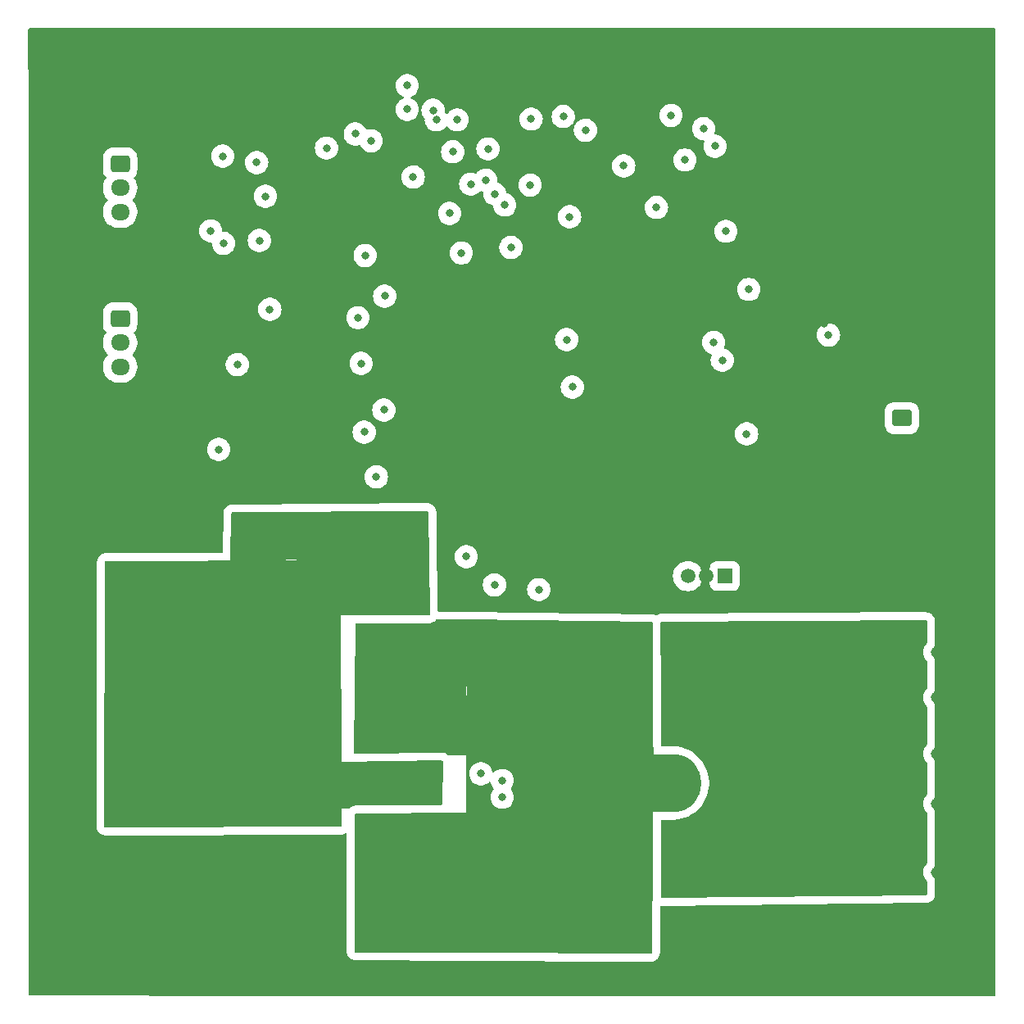
<source format=gbr>
%TF.GenerationSoftware,KiCad,Pcbnew,8.0.3*%
%TF.CreationDate,2024-07-08T19:31:20+01:00*%
%TF.ProjectId,PA_Power,50415f50-6f77-4657-922e-6b696361645f,rev?*%
%TF.SameCoordinates,Original*%
%TF.FileFunction,Copper,L2,Inr*%
%TF.FilePolarity,Positive*%
%FSLAX46Y46*%
G04 Gerber Fmt 4.6, Leading zero omitted, Abs format (unit mm)*
G04 Created by KiCad (PCBNEW 8.0.3) date 2024-07-08 19:31:20*
%MOMM*%
%LPD*%
G01*
G04 APERTURE LIST*
G04 Aperture macros list*
%AMRoundRect*
0 Rectangle with rounded corners*
0 $1 Rounding radius*
0 $2 $3 $4 $5 $6 $7 $8 $9 X,Y pos of 4 corners*
0 Add a 4 corners polygon primitive as box body*
4,1,4,$2,$3,$4,$5,$6,$7,$8,$9,$2,$3,0*
0 Add four circle primitives for the rounded corners*
1,1,$1+$1,$2,$3*
1,1,$1+$1,$4,$5*
1,1,$1+$1,$6,$7*
1,1,$1+$1,$8,$9*
0 Add four rect primitives between the rounded corners*
20,1,$1+$1,$2,$3,$4,$5,0*
20,1,$1+$1,$4,$5,$6,$7,0*
20,1,$1+$1,$6,$7,$8,$9,0*
20,1,$1+$1,$8,$9,$2,$3,0*%
%AMHorizOval*
0 Thick line with rounded ends*
0 $1 width*
0 $2 $3 position (X,Y) of the first rounded end (center of the circle)*
0 $4 $5 position (X,Y) of the second rounded end (center of the circle)*
0 Add line between two ends*
20,1,$1,$2,$3,$4,$5,0*
0 Add two circle primitives to create the rounded ends*
1,1,$1,$2,$3*
1,1,$1,$4,$5*%
G04 Aperture macros list end*
%TA.AperFunction,ComponentPad*%
%ADD10C,5.600000*%
%TD*%
%TA.AperFunction,ComponentPad*%
%ADD11O,1.950000X1.700000*%
%TD*%
%TA.AperFunction,ComponentPad*%
%ADD12RoundRect,0.250000X-0.725000X0.600000X-0.725000X-0.600000X0.725000X-0.600000X0.725000X0.600000X0*%
%TD*%
%TA.AperFunction,HeatsinkPad*%
%ADD13C,0.500000*%
%TD*%
%TA.AperFunction,ComponentPad*%
%ADD14O,2.000000X1.700000*%
%TD*%
%TA.AperFunction,ComponentPad*%
%ADD15RoundRect,0.250000X0.750000X-0.600000X0.750000X0.600000X-0.750000X0.600000X-0.750000X-0.600000X0*%
%TD*%
%TA.AperFunction,ComponentPad*%
%ADD16C,1.524000*%
%TD*%
%TA.AperFunction,ComponentPad*%
%ADD17C,2.500000*%
%TD*%
%TA.AperFunction,ComponentPad*%
%ADD18HorizOval,0.800000X0.000000X0.000000X0.000000X0.000000X0*%
%TD*%
%TA.AperFunction,ComponentPad*%
%ADD19HorizOval,0.800000X0.000000X0.000000X0.000000X0.000000X0*%
%TD*%
%TA.AperFunction,ComponentPad*%
%ADD20C,0.800000*%
%TD*%
%TA.AperFunction,ComponentPad*%
%ADD21O,9.000000X6.000000*%
%TD*%
%TA.AperFunction,ComponentPad*%
%ADD22C,1.500000*%
%TD*%
%TA.AperFunction,ComponentPad*%
%ADD23R,1.500000X1.500000*%
%TD*%
%TA.AperFunction,ViaPad*%
%ADD24C,1.000000*%
%TD*%
%TA.AperFunction,ViaPad*%
%ADD25C,0.800000*%
%TD*%
G04 APERTURE END LIST*
D10*
%TO.N,GND*%
%TO.C,H5*%
X119000000Y-70000000D03*
%TD*%
D11*
%TO.N,GND*%
%TO.C,J5*%
X34500000Y-57500000D03*
%TO.N,Net-(D8-A1)*%
X34500000Y-55000000D03*
%TO.N,Net-(D7-A1)*%
X34500000Y-52500000D03*
D12*
%TO.N,Net-(D6-A1)*%
X34500000Y-50000000D03*
%TD*%
D11*
%TO.N,GND*%
%TO.C,J6*%
X34500000Y-41500000D03*
%TO.N,Net-(D8-A1)*%
X34500000Y-39000000D03*
%TO.N,Net-(D7-A1)*%
X34500000Y-36500000D03*
D12*
%TO.N,Net-(D6-A1)*%
X34500000Y-34000000D03*
%TD*%
D13*
%TO.N,GND*%
%TO.C,U3*%
X92620000Y-62390000D03*
X92620000Y-61390000D03*
X92620000Y-60390000D03*
X91320000Y-62390000D03*
X91320000Y-61390000D03*
X91320000Y-60390000D03*
%TD*%
D14*
%TO.N,GND*%
%TO.C,J7*%
X115300000Y-57790000D03*
D15*
%TO.N,Net-(D9-A1)*%
X115300000Y-60290000D03*
%TD*%
D16*
%TO.N,Net-(D5-A1)*%
%TO.C,J4*%
X116121400Y-89560000D03*
X116121400Y-84060000D03*
X116000000Y-107033800D03*
X116000000Y-101533800D03*
X116000000Y-96033800D03*
D17*
X114701400Y-92560000D03*
X114701400Y-86560000D03*
X114580000Y-104533800D03*
X114580000Y-98533800D03*
D16*
X113871400Y-89560000D03*
X113871400Y-84060000D03*
X113750000Y-107033800D03*
X113750000Y-101533800D03*
X113750000Y-96033800D03*
X111621400Y-89560000D03*
X111621400Y-84060000D03*
X111500000Y-107033800D03*
X111500000Y-101533800D03*
X111500000Y-96033800D03*
D17*
X109621400Y-92560000D03*
X109621400Y-86560000D03*
X109500000Y-104533800D03*
X109500000Y-98533800D03*
D16*
X109371400Y-89560000D03*
X109371400Y-84060000D03*
X109250000Y-107033800D03*
X109250000Y-101533800D03*
X109250000Y-96033800D03*
X107121400Y-89560000D03*
X107121400Y-84060000D03*
X107000000Y-107033800D03*
X107000000Y-101533800D03*
X107000000Y-96033800D03*
%TD*%
D10*
%TO.N,GND*%
%TO.C,H2*%
X31000000Y-70000000D03*
%TD*%
D16*
%TO.N,Net-(D1-A1)*%
%TO.C,J1*%
X44500000Y-87630000D03*
X44500000Y-82130000D03*
X44500000Y-76630000D03*
X44378600Y-99603800D03*
X44378600Y-94103800D03*
X42250000Y-87630000D03*
X42250000Y-82130000D03*
X42250000Y-76630000D03*
X42128600Y-99603800D03*
X42128600Y-94103800D03*
D17*
X42000000Y-85130000D03*
X42000000Y-79130000D03*
X41878600Y-97103800D03*
X41878600Y-91103800D03*
D16*
X40000000Y-87630000D03*
X40000000Y-82130000D03*
X40000000Y-76630000D03*
X39878600Y-99603800D03*
X39878600Y-94103800D03*
X37750000Y-87630000D03*
X37750000Y-82130000D03*
X37750000Y-76630000D03*
X37628600Y-99603800D03*
X37628600Y-94103800D03*
D17*
X36920000Y-85130000D03*
X36920000Y-79130000D03*
X36798600Y-97103800D03*
X36798600Y-91103800D03*
D16*
X35500000Y-87630000D03*
X35500000Y-82130000D03*
X35500000Y-76630000D03*
X35378600Y-99603800D03*
X35378600Y-94103800D03*
%TD*%
D18*
%TO.N,Net-(D5-A1)*%
%TO.C,U4*%
X96140000Y-97390000D03*
D19*
X96140000Y-98650000D03*
D20*
X96890000Y-96360000D03*
X96890000Y-99680000D03*
X98090000Y-95970000D03*
X98090000Y-100070000D03*
X99420000Y-95970000D03*
X99420000Y-100070000D03*
D21*
X100090000Y-98020000D03*
D20*
X100760000Y-95970000D03*
X100760000Y-100070000D03*
X102090000Y-95970000D03*
X102090000Y-100070000D03*
X103290000Y-96360000D03*
X103290000Y-99680000D03*
X104040000Y-97390000D03*
X104040000Y-98650000D03*
%TO.N,Net-(Q2-D)*%
X86140000Y-97390000D03*
X86140000Y-98650000D03*
X86890000Y-96360000D03*
X86890000Y-99680000D03*
X88090000Y-95970000D03*
X88090000Y-100070000D03*
X89420000Y-95970000D03*
X89420000Y-100070000D03*
D21*
X90090000Y-98020000D03*
D20*
X90760000Y-95970000D03*
X90760000Y-100070000D03*
X92090000Y-95970000D03*
X92090000Y-100070000D03*
X93290000Y-96360000D03*
X93290000Y-99680000D03*
D19*
X94040000Y-97390000D03*
D18*
X94040000Y-98650000D03*
D22*
%TO.N,/PA_Current*%
X93180000Y-76620000D03*
%TO.N,GND*%
X95090000Y-76620000D03*
D23*
%TO.N,+3.3V*%
X97000000Y-76620000D03*
%TD*%
D10*
%TO.N,GND*%
%TO.C,H3*%
X119000000Y-26000000D03*
%TD*%
%TO.N,GND*%
%TO.C,H4*%
X31000000Y-26000000D03*
%TD*%
D16*
%TO.N,GND*%
%TO.C,J2*%
X44500000Y-116260000D03*
X44500000Y-110760000D03*
X44500000Y-105260000D03*
X42250000Y-116260000D03*
X42250000Y-110760000D03*
X42250000Y-105260000D03*
D17*
X42000000Y-113760000D03*
X42000000Y-107760000D03*
D16*
X40000000Y-116260000D03*
X40000000Y-110760000D03*
X40000000Y-105260000D03*
X37750000Y-116260000D03*
X37750000Y-110760000D03*
X37750000Y-105260000D03*
D17*
X36920000Y-113760000D03*
X36920000Y-107760000D03*
D16*
X35500000Y-116260000D03*
X35500000Y-110760000D03*
X35500000Y-105260000D03*
%TD*%
D10*
%TO.N,GND*%
%TO.C,H1*%
X119000000Y-114000000D03*
%TD*%
D24*
%TO.N,Net-(D1-A1)*%
X62980000Y-77180000D03*
X62960000Y-79940000D03*
X63560000Y-74410000D03*
D25*
%TO.N,GND*%
X83980000Y-44330000D03*
X87780000Y-58360000D03*
X91930000Y-63400000D03*
X91890000Y-59420000D03*
%TO.N,Net-(J3-Pin_2)*%
X82600000Y-30545000D03*
X66849416Y-28481769D03*
X64175000Y-28385000D03*
X73220000Y-37113984D03*
%TO.N,Net-(J3-Pin_1)*%
X89930000Y-38520000D03*
X86560000Y-34230000D03*
%TO.N,+3.3V*%
X59080000Y-49920000D03*
X76980000Y-29390000D03*
X99257500Y-61930000D03*
X92877500Y-33615000D03*
X91440000Y-29010000D03*
X95836956Y-52475000D03*
X80300000Y-29120000D03*
X64180000Y-25920000D03*
X80960000Y-39490000D03*
X59830000Y-43490000D03*
X74000000Y-97760002D03*
X68554746Y-39130762D03*
X99475000Y-46992500D03*
%TO.N,GND*%
X96870000Y-46450000D03*
D24*
X103670000Y-111520000D03*
X46940000Y-116630000D03*
X118820000Y-84480000D03*
D25*
X114450000Y-43360000D03*
X107290000Y-50550000D03*
D24*
X99530000Y-111550000D03*
X123750000Y-100110000D03*
X100170000Y-79020000D03*
X26480000Y-76850000D03*
X118820000Y-100150000D03*
X122920000Y-79020000D03*
D25*
X59390000Y-28700000D03*
X115560000Y-47500000D03*
D24*
X118820000Y-89160000D03*
D25*
X65881992Y-36603008D03*
D24*
X51530000Y-108680000D03*
X115840000Y-79020000D03*
D25*
X55255000Y-21425000D03*
X79920000Y-34530000D03*
D24*
X123750000Y-94930000D03*
X56110000Y-104380000D03*
X46940000Y-112900000D03*
D25*
X111812500Y-53107546D03*
D24*
X56110000Y-116380000D03*
X118820000Y-94970000D03*
X31410000Y-115800000D03*
X56110000Y-108350000D03*
X104850000Y-79020000D03*
X80230000Y-79600000D03*
D25*
X99810000Y-36320000D03*
D24*
X51530000Y-104380000D03*
D25*
X106687142Y-46290658D03*
D24*
X104810000Y-74090000D03*
X123750000Y-89120000D03*
X115800000Y-74090000D03*
D25*
X78020000Y-61910000D03*
D24*
X123750000Y-107190000D03*
D25*
X77080000Y-38005000D03*
D24*
X122880000Y-74090000D03*
X31410000Y-87300000D03*
X110660000Y-79020000D03*
X83470000Y-79580000D03*
X123750000Y-84440000D03*
X26480000Y-99600000D03*
D25*
X86850000Y-62190000D03*
X115160000Y-33440000D03*
D24*
X31410000Y-99560000D03*
X91480000Y-111720000D03*
X76750000Y-79590000D03*
D25*
X67591212Y-31165014D03*
D24*
X72550000Y-117890000D03*
X31410000Y-81490000D03*
X31410000Y-92480000D03*
X31410000Y-76810000D03*
X26480000Y-111020000D03*
X56110000Y-112650000D03*
X51530000Y-116570000D03*
X86020000Y-79590000D03*
X26480000Y-87340000D03*
X100130000Y-74090000D03*
D25*
X101987500Y-45492500D03*
D24*
X118820000Y-107230000D03*
D25*
X78352233Y-47438859D03*
D24*
X26480000Y-81530000D03*
D25*
X109190000Y-45430000D03*
D24*
X46940000Y-104440000D03*
X110620000Y-74090000D03*
X91480000Y-115620000D03*
X31410000Y-110980000D03*
X46940000Y-108740000D03*
X51530000Y-112840000D03*
X26480000Y-105630000D03*
X88540000Y-79560000D03*
X26480000Y-115840000D03*
X99530000Y-114390000D03*
X26480000Y-92520000D03*
X31410000Y-105590000D03*
D25*
X53970000Y-47070000D03*
%TO.N,/PA_Current*%
X74898287Y-42660699D03*
%TO.N,/PA_Voltage*%
X76880000Y-36220000D03*
X60990000Y-66370000D03*
X74257412Y-38268604D03*
X69770000Y-43230000D03*
%TO.N,/Vgg_Voltage*%
X107710000Y-51700000D03*
X72294156Y-35706937D03*
%TO.N,+12V*%
X61844364Y-47680508D03*
X97110000Y-40990000D03*
X80655000Y-52188161D03*
X61765000Y-59450000D03*
%TO.N,/Vgg_On*%
X94810000Y-30380000D03*
X67190000Y-29475000D03*
X69340000Y-29475000D03*
X58815000Y-30925000D03*
D24*
%TO.N,Net-(D1-A1)*%
X56110000Y-91340000D03*
X56130000Y-83830000D03*
X51610000Y-77310000D03*
X46910000Y-96390000D03*
X51550000Y-83690000D03*
X65700000Y-70550000D03*
X51610000Y-70840000D03*
X47010000Y-99870000D03*
D25*
X62790000Y-99760000D03*
X62820000Y-98680000D03*
D24*
X46960000Y-83750000D03*
X56110000Y-86810000D03*
X46810000Y-80090000D03*
X51600000Y-99810000D03*
X51610000Y-80100000D03*
X51500000Y-96330000D03*
X51610000Y-74410000D03*
D25*
X66640000Y-99820000D03*
X66730000Y-96660000D03*
D24*
X56290000Y-77200000D03*
X46810000Y-77300000D03*
X60980000Y-70670000D03*
X46940000Y-86960000D03*
X51530000Y-86900000D03*
D25*
X59700000Y-99740000D03*
D24*
X46810000Y-70830000D03*
X60980000Y-79930000D03*
X56290000Y-70730000D03*
X46940000Y-91500000D03*
X56290000Y-74410000D03*
X56290000Y-79990000D03*
X56110000Y-99850000D03*
X46810000Y-74410000D03*
X51530000Y-91440000D03*
X56110000Y-96400000D03*
X65610000Y-74410000D03*
D25*
X62820000Y-97660000D03*
X59800000Y-96650000D03*
X66650000Y-98770000D03*
X66700000Y-97690000D03*
X62900000Y-96580000D03*
X59710000Y-98260000D03*
D24*
X60980000Y-77140000D03*
X60980000Y-74410000D03*
%TO.N,Net-(D5-A1)*%
X103670000Y-108690000D03*
X91520000Y-85790000D03*
X104120000Y-85890000D03*
X99330000Y-89380000D03*
X104120000Y-89480000D03*
X91710000Y-93350000D03*
X103670000Y-105570000D03*
X95390000Y-85720000D03*
X104120000Y-82010000D03*
X99330000Y-85790000D03*
X95300000Y-81980000D03*
X91490000Y-82070000D03*
X95210000Y-89410000D03*
X91480000Y-105640000D03*
X91480000Y-102360000D03*
X95080000Y-102310000D03*
X99530000Y-108720000D03*
X104120000Y-93320000D03*
X103670000Y-102200000D03*
X95240000Y-93280000D03*
X91550000Y-89440000D03*
X91480000Y-108990000D03*
X99330000Y-81910000D03*
X99530000Y-105600000D03*
X99330000Y-93220000D03*
X95080000Y-105490000D03*
X99530000Y-102230000D03*
D25*
%TO.N,Net-(D7-A1)*%
X43860965Y-40940966D03*
X45110000Y-33220000D03*
%TO.N,Net-(D8-A1)*%
X45190000Y-42240000D03*
X48620000Y-33880000D03*
D24*
%TO.N,Net-(Q2-D)*%
X84890000Y-114280000D03*
X76620000Y-82370000D03*
X76560000Y-88200000D03*
D25*
X67278654Y-84578654D03*
X67000000Y-108310000D03*
X61270000Y-108310000D03*
D24*
X84940000Y-88200000D03*
X85080000Y-103080000D03*
D25*
X72200000Y-108240000D03*
X72320000Y-84640000D03*
D24*
X77280000Y-100440000D03*
D25*
X62670000Y-92860000D03*
X66980000Y-93030000D03*
D24*
X77050000Y-108140000D03*
X77280000Y-103360000D03*
X89000000Y-94010000D03*
D25*
X66980000Y-88920000D03*
X62590000Y-89040000D03*
D24*
X85980000Y-82370000D03*
X80690000Y-114610000D03*
X81060000Y-103220000D03*
X84990000Y-94010000D03*
X80640000Y-94010000D03*
X88960000Y-88200000D03*
D25*
X72140000Y-103810000D03*
X61720000Y-113060000D03*
D24*
X76650000Y-94010000D03*
D25*
X72600000Y-89060000D03*
D24*
X88530000Y-114280000D03*
X83460000Y-82370000D03*
X88580000Y-108280000D03*
D25*
X72140000Y-112960000D03*
D24*
X76670000Y-114890000D03*
X88530000Y-82370000D03*
X80240000Y-82370000D03*
X88770000Y-102940000D03*
X84990000Y-108420000D03*
X77090000Y-96560000D03*
D25*
X67130000Y-103710000D03*
X62570000Y-84780000D03*
D24*
X81110000Y-108180000D03*
D25*
X66970000Y-112840000D03*
X72720000Y-92650000D03*
X61510000Y-103600000D03*
D24*
X80370000Y-88200000D03*
D25*
%TO.N,Net-(U5-AIN3)*%
X70748814Y-36112798D03*
X70280000Y-74610000D03*
X74000000Y-99480000D03*
%TO.N,Net-(U3-EN)*%
X81245000Y-57090000D03*
X44690000Y-63540000D03*
%TO.N,Net-(C11-Pad1)*%
X59410000Y-54640000D03*
X59730000Y-61740000D03*
%TO.N,Net-(C16-Pad1)*%
X48890000Y-41940000D03*
X49980000Y-49060000D03*
%TO.N,Net-(C21-Pad1)*%
X49520000Y-37370000D03*
X46620000Y-54770000D03*
%TO.N,/HV_On*%
X55830000Y-32390000D03*
X77769858Y-78020318D03*
%TO.N,/Vgg Cntrl*%
X95985005Y-32194995D03*
X60449968Y-31641242D03*
X68873008Y-32766992D03*
X72528008Y-32471992D03*
%TO.N,/12V_Good*%
X96740000Y-54316992D03*
X64801992Y-35378008D03*
%TO.N,Net-(D2-A)*%
X73193603Y-77533603D03*
X71790000Y-97040000D03*
%TD*%
%TA.AperFunction,Conductor*%
%TO.N,Net-(D1-A1)*%
G36*
X66324130Y-69910040D02*
G01*
X66370221Y-69962551D01*
X66381745Y-70013021D01*
X66529873Y-80451070D01*
X66528843Y-80468868D01*
X66514068Y-80582143D01*
X66485878Y-80646073D01*
X66427600Y-80684614D01*
X66391230Y-80690105D01*
X57342549Y-80698863D01*
X57330000Y-74920000D01*
X45919935Y-75013270D01*
X45988295Y-70141480D01*
X46008918Y-70074726D01*
X46062359Y-70029716D01*
X46111490Y-70019225D01*
X66256967Y-69890784D01*
X66324130Y-69910040D01*
G37*
%TD.AperFunction*%
%TD*%
%TA.AperFunction,Conductor*%
%TO.N,Net-(D1-A1)*%
G36*
X57342549Y-80698863D02*
G01*
X57342549Y-80698864D01*
X57375350Y-95803802D01*
X57385942Y-100681363D01*
X57385941Y-100681364D01*
X57389730Y-102426034D01*
X57370191Y-102493116D01*
X57317486Y-102538985D01*
X57266033Y-102550303D01*
X32974574Y-102609695D01*
X32907487Y-102590174D01*
X32861603Y-102537482D01*
X32850271Y-102485425D01*
X32909729Y-75174135D01*
X32929560Y-75107142D01*
X32982463Y-75061502D01*
X33034137Y-75050409D01*
X33847776Y-75053089D01*
X38979959Y-75070000D01*
X38979970Y-75069999D01*
X38980000Y-75070000D01*
X57330000Y-74920000D01*
X57342549Y-80698863D01*
G37*
%TD.AperFunction*%
%TD*%
%TA.AperFunction,Conductor*%
%TO.N,Net-(Q2-D)*%
G36*
X70210000Y-115569999D02*
G01*
X58853460Y-115520537D01*
X58786507Y-115500560D01*
X58740982Y-115447558D01*
X58730000Y-115396538D01*
X58730000Y-101283360D01*
X58749685Y-101216321D01*
X58802489Y-101170566D01*
X58853356Y-101159362D01*
X70251977Y-101100454D01*
X70210000Y-115569999D01*
G37*
%TD.AperFunction*%
%TD*%
%TA.AperFunction,Conductor*%
%TO.N,Net-(Q2-D)*%
G36*
X70309999Y-81100008D02*
G01*
X70309998Y-81100453D01*
X70269181Y-95170184D01*
X70269180Y-95170185D01*
X70269181Y-95170185D01*
X68479212Y-95180967D01*
X68412055Y-95161686D01*
X68390925Y-95144791D01*
X68342181Y-95096203D01*
X68342177Y-95096200D01*
X68194374Y-94992810D01*
X68194372Y-94992809D01*
X68027286Y-94924908D01*
X68027281Y-94924906D01*
X68027275Y-94924904D01*
X67994626Y-94915734D01*
X67960004Y-94906010D01*
X67912169Y-94894142D01*
X67816003Y-94884454D01*
X67732705Y-94876063D01*
X67732699Y-94876063D01*
X58809271Y-94981330D01*
X58742004Y-94962438D01*
X58695629Y-94910177D01*
X58683814Y-94856107D01*
X58815274Y-81625584D01*
X58835624Y-81558745D01*
X58888880Y-81513517D01*
X58939145Y-81502818D01*
X66392010Y-81495605D01*
X66511478Y-81486579D01*
X66547848Y-81481088D01*
X66711281Y-81438507D01*
X66871926Y-81356481D01*
X66930204Y-81317940D01*
X67008908Y-81258666D01*
X67107867Y-81152844D01*
X67168032Y-81117326D01*
X67197888Y-81113542D01*
X70308988Y-81100004D01*
X70309999Y-81100008D01*
G37*
%TD.AperFunction*%
%TD*%
%TA.AperFunction,Conductor*%
%TO.N,GND*%
G36*
X124943039Y-20019685D02*
G01*
X124988794Y-20072489D01*
X125000000Y-20124000D01*
X125000000Y-119876000D01*
X124980315Y-119943039D01*
X124927511Y-119988794D01*
X124876000Y-120000000D01*
X50055000Y-120000000D01*
X25183888Y-119990049D01*
X25116857Y-119970338D01*
X25071123Y-119917515D01*
X25059938Y-119866111D01*
X25058233Y-116457428D01*
X25051245Y-102483670D01*
X32044773Y-102483670D01*
X32063202Y-102656760D01*
X32074528Y-102708784D01*
X32084781Y-102750503D01*
X32151660Y-102918025D01*
X32254134Y-103066453D01*
X32254146Y-103066469D01*
X32299999Y-103119125D01*
X32300023Y-103119152D01*
X32369148Y-103189358D01*
X32369151Y-103189361D01*
X32515970Y-103294123D01*
X32515976Y-103294127D01*
X32682436Y-103363597D01*
X32749523Y-103383118D01*
X32797254Y-103395435D01*
X32976543Y-103415193D01*
X57268002Y-103355801D01*
X57439080Y-103336995D01*
X57490533Y-103325677D01*
X57530289Y-103315867D01*
X57697826Y-103249036D01*
X57730081Y-103226780D01*
X57796437Y-103204912D01*
X57864085Y-103222389D01*
X57911546Y-103273665D01*
X57924500Y-103328845D01*
X57924500Y-115396539D01*
X57942536Y-115566038D01*
X57953516Y-115617052D01*
X57962734Y-115655307D01*
X58028471Y-115823268D01*
X58028474Y-115823274D01*
X58092928Y-115918001D01*
X58129941Y-115972400D01*
X58129943Y-115972403D01*
X58129945Y-115972405D01*
X58129948Y-115972410D01*
X58175452Y-116025387D01*
X58175478Y-116025416D01*
X58244096Y-116096061D01*
X58244102Y-116096066D01*
X58244104Y-116096068D01*
X58390217Y-116201833D01*
X58556200Y-116272434D01*
X58623153Y-116292411D01*
X58670801Y-116305053D01*
X58849952Y-116326029D01*
X70206244Y-116375489D01*
X70206243Y-116375511D01*
X70206344Y-116375489D01*
X86786415Y-116461487D01*
X89361960Y-116474846D01*
X89361960Y-116474845D01*
X89361976Y-116474846D01*
X89532809Y-116457428D01*
X89584239Y-116446552D01*
X89623717Y-116437159D01*
X89791821Y-116371767D01*
X89941159Y-116270608D01*
X89994255Y-116225193D01*
X90065077Y-116156686D01*
X90171141Y-116010791D01*
X90242081Y-115844952D01*
X90262195Y-115778040D01*
X90274933Y-115730426D01*
X90296277Y-115551319D01*
X90326522Y-110834269D01*
X90346636Y-110767360D01*
X90399732Y-110721945D01*
X90462918Y-110711689D01*
X90584774Y-110723938D01*
X117797212Y-110396913D01*
X117893165Y-110385729D01*
X117963341Y-110377551D01*
X117963342Y-110377550D01*
X117963348Y-110377550D01*
X118013330Y-110366371D01*
X118048362Y-110357707D01*
X118216067Y-110291297D01*
X118364789Y-110189235D01*
X118417609Y-110143499D01*
X118488015Y-110074565D01*
X118593193Y-109928029D01*
X118663127Y-109761764D01*
X118682835Y-109694732D01*
X118695284Y-109647040D01*
X118715543Y-109467807D01*
X118715984Y-108211360D01*
X118711383Y-108125108D01*
X118708549Y-108098706D01*
X118682796Y-107965633D01*
X118614620Y-107798639D01*
X118581135Y-107737316D01*
X118581128Y-107737303D01*
X118556204Y-107694805D01*
X118556203Y-107694804D01*
X118556201Y-107694800D01*
X118443740Y-107553777D01*
X118443724Y-107553761D01*
X118442570Y-107552469D01*
X118433458Y-107540968D01*
X118395902Y-107487332D01*
X118385095Y-107468614D01*
X118357657Y-107409773D01*
X118350264Y-107389461D01*
X118333464Y-107326762D01*
X118329711Y-107305474D01*
X118324054Y-107240803D01*
X118324054Y-107219192D01*
X118329711Y-107154522D01*
X118333463Y-107133240D01*
X118350264Y-107070533D01*
X118357657Y-107050224D01*
X118385098Y-106991377D01*
X118395896Y-106972674D01*
X118433351Y-106919182D01*
X118443427Y-106906857D01*
X118443324Y-106906765D01*
X118501942Y-106841517D01*
X118501961Y-106841496D01*
X118518571Y-106820892D01*
X118594326Y-106708823D01*
X118664260Y-106542558D01*
X118683968Y-106475526D01*
X118696417Y-106427835D01*
X118716676Y-106248601D01*
X118718475Y-101133851D01*
X118713874Y-101047599D01*
X118711040Y-101021197D01*
X118685287Y-100888124D01*
X118617111Y-100721130D01*
X118583626Y-100659807D01*
X118583619Y-100659794D01*
X118558695Y-100617296D01*
X118558694Y-100617295D01*
X118558692Y-100617291D01*
X118446231Y-100476268D01*
X118443911Y-100473672D01*
X118444065Y-100473533D01*
X118433138Y-100460511D01*
X118395902Y-100407332D01*
X118385095Y-100388614D01*
X118357657Y-100329773D01*
X118350264Y-100309461D01*
X118344694Y-100288674D01*
X118333463Y-100246759D01*
X118329711Y-100225474D01*
X118327607Y-100201425D01*
X118324054Y-100160801D01*
X118324054Y-100139192D01*
X118329711Y-100074522D01*
X118333463Y-100053240D01*
X118350264Y-99990533D01*
X118357657Y-99970224D01*
X118385098Y-99911377D01*
X118395898Y-99892670D01*
X118433136Y-99839488D01*
X118445870Y-99824320D01*
X118445817Y-99824272D01*
X118445823Y-99824265D01*
X118445790Y-99824234D01*
X118446883Y-99823079D01*
X118446926Y-99823037D01*
X118504466Y-99758989D01*
X118521076Y-99738384D01*
X118596819Y-99626330D01*
X118666753Y-99460065D01*
X118686461Y-99393033D01*
X118698910Y-99345342D01*
X118719169Y-99166108D01*
X118720298Y-95955674D01*
X118715697Y-95869422D01*
X118712863Y-95843020D01*
X118687110Y-95709947D01*
X118618934Y-95542953D01*
X118585449Y-95481630D01*
X118585442Y-95481617D01*
X118560518Y-95439119D01*
X118560517Y-95439118D01*
X118560515Y-95439114D01*
X118448054Y-95298091D01*
X118447032Y-95297069D01*
X118433138Y-95280511D01*
X118395902Y-95227332D01*
X118385095Y-95208614D01*
X118357657Y-95149773D01*
X118350264Y-95129461D01*
X118333464Y-95066762D01*
X118329711Y-95045474D01*
X118324054Y-94980803D01*
X118324054Y-94959192D01*
X118329711Y-94894522D01*
X118333463Y-94873240D01*
X118350264Y-94810533D01*
X118357657Y-94790224D01*
X118385098Y-94731377D01*
X118395898Y-94712670D01*
X118433134Y-94659492D01*
X118447040Y-94642923D01*
X118447302Y-94642660D01*
X118448750Y-94641213D01*
X118506290Y-94577165D01*
X118522900Y-94556560D01*
X118598643Y-94444506D01*
X118668577Y-94278241D01*
X118688285Y-94211209D01*
X118700734Y-94163518D01*
X118720993Y-93984284D01*
X118722342Y-90147718D01*
X118717741Y-90061466D01*
X118714907Y-90035064D01*
X118689154Y-89901991D01*
X118620978Y-89734997D01*
X118587493Y-89673674D01*
X118587486Y-89673661D01*
X118562562Y-89631163D01*
X118562561Y-89631162D01*
X118562559Y-89631158D01*
X118450098Y-89490135D01*
X118447032Y-89487069D01*
X118433138Y-89470511D01*
X118395902Y-89417332D01*
X118385095Y-89398614D01*
X118357657Y-89339773D01*
X118350264Y-89319461D01*
X118333464Y-89256762D01*
X118329711Y-89235474D01*
X118324054Y-89170803D01*
X118324054Y-89149192D01*
X118329711Y-89084522D01*
X118333463Y-89063240D01*
X118350264Y-89000533D01*
X118357657Y-88980224D01*
X118385098Y-88921377D01*
X118395893Y-88902678D01*
X118433142Y-88849480D01*
X118447040Y-88832922D01*
X118450795Y-88829168D01*
X118508335Y-88765120D01*
X118524945Y-88744515D01*
X118600688Y-88632461D01*
X118670622Y-88466196D01*
X118690330Y-88399164D01*
X118702779Y-88351473D01*
X118723038Y-88172239D01*
X118723989Y-85469365D01*
X118719388Y-85383113D01*
X118716554Y-85356711D01*
X118690801Y-85223638D01*
X118622625Y-85056644D01*
X118589140Y-84995321D01*
X118589133Y-84995308D01*
X118564209Y-84952810D01*
X118564208Y-84952809D01*
X118564206Y-84952805D01*
X118451745Y-84811782D01*
X118447032Y-84807069D01*
X118433138Y-84790511D01*
X118395902Y-84737332D01*
X118385095Y-84718614D01*
X118357657Y-84659773D01*
X118350264Y-84639461D01*
X118333464Y-84576762D01*
X118329711Y-84555474D01*
X118324054Y-84490803D01*
X118324054Y-84469192D01*
X118329711Y-84404522D01*
X118333463Y-84383240D01*
X118350264Y-84320533D01*
X118357657Y-84300224D01*
X118385098Y-84241377D01*
X118395898Y-84222670D01*
X118433134Y-84169492D01*
X118447027Y-84152934D01*
X118452443Y-84147520D01*
X118509983Y-84083472D01*
X118526593Y-84062867D01*
X118602336Y-83950813D01*
X118672270Y-83784548D01*
X118691978Y-83717516D01*
X118704427Y-83669825D01*
X118724686Y-83490592D01*
X118725456Y-81304959D01*
X118706640Y-81131592D01*
X118695171Y-81079464D01*
X118684746Y-81037484D01*
X118617427Y-80870142D01*
X118617426Y-80870140D01*
X118617425Y-80870138D01*
X118514567Y-80721985D01*
X118514566Y-80721984D01*
X118514560Y-80721975D01*
X118468538Y-80669404D01*
X118420684Y-80621058D01*
X118399217Y-80599371D01*
X118399216Y-80599370D01*
X118399214Y-80599368D01*
X118252109Y-80494988D01*
X118252106Y-80494986D01*
X118252105Y-80494986D01*
X118252103Y-80494985D01*
X118085464Y-80425959D01*
X118085458Y-80425958D01*
X118018331Y-80406618D01*
X117970574Y-80394427D01*
X117791247Y-80375144D01*
X117791239Y-80375143D01*
X117791235Y-80375143D01*
X117791232Y-80375143D01*
X117791217Y-80375142D01*
X90479681Y-80513880D01*
X90479651Y-80513881D01*
X90309306Y-80532988D01*
X90309302Y-80532989D01*
X90258047Y-80544360D01*
X90218962Y-80554062D01*
X90218950Y-80554066D01*
X90051488Y-80621058D01*
X90051478Y-80621063D01*
X89998910Y-80657409D01*
X89932573Y-80679343D01*
X89878829Y-80669077D01*
X89811552Y-80639741D01*
X89736702Y-80607102D01*
X89669936Y-80586522D01*
X89669933Y-80586521D01*
X89669926Y-80586519D01*
X89622414Y-80573451D01*
X89443462Y-80550855D01*
X76695692Y-80380008D01*
X70321809Y-80294585D01*
X70314979Y-80294523D01*
X70314002Y-80294518D01*
X70313976Y-80294510D01*
X70313925Y-80294517D01*
X70313586Y-80294516D01*
X70313059Y-80294513D01*
X70312936Y-80294513D01*
X70312188Y-80294510D01*
X70312175Y-80294510D01*
X70312161Y-80294510D01*
X70305523Y-80294511D01*
X67456200Y-80306909D01*
X67389075Y-80287516D01*
X67343091Y-80234912D01*
X67331672Y-80184673D01*
X67294051Y-77533602D01*
X71987960Y-77533602D01*
X71987960Y-77533603D01*
X72008487Y-77755138D01*
X72008488Y-77755140D01*
X72069372Y-77969126D01*
X72069378Y-77969141D01*
X72168541Y-78168286D01*
X72168546Y-78168294D01*
X72302623Y-78345841D01*
X72467040Y-78495726D01*
X72467042Y-78495728D01*
X72656198Y-78612848D01*
X72656199Y-78612848D01*
X72656202Y-78612850D01*
X72863663Y-78693221D01*
X73082360Y-78734103D01*
X73082362Y-78734103D01*
X73304844Y-78734103D01*
X73304846Y-78734103D01*
X73523543Y-78693221D01*
X73731004Y-78612850D01*
X73920165Y-78495727D01*
X74084584Y-78345839D01*
X74218661Y-78168292D01*
X74292344Y-78020317D01*
X76564215Y-78020317D01*
X76564215Y-78020318D01*
X76584742Y-78241853D01*
X76584743Y-78241855D01*
X76645627Y-78455841D01*
X76645633Y-78455856D01*
X76744796Y-78655001D01*
X76744801Y-78655009D01*
X76878878Y-78832556D01*
X77043295Y-78982441D01*
X77043297Y-78982443D01*
X77232453Y-79099563D01*
X77232454Y-79099563D01*
X77232457Y-79099565D01*
X77439918Y-79179936D01*
X77658615Y-79220818D01*
X77658617Y-79220818D01*
X77881099Y-79220818D01*
X77881101Y-79220818D01*
X78099798Y-79179936D01*
X78307259Y-79099565D01*
X78496420Y-78982442D01*
X78660839Y-78832554D01*
X78794916Y-78655007D01*
X78894087Y-78455846D01*
X78954973Y-78241854D01*
X78975501Y-78020318D01*
X78970757Y-77969126D01*
X78954973Y-77798782D01*
X78954972Y-77798780D01*
X78942555Y-77755140D01*
X78894087Y-77584790D01*
X78876393Y-77549255D01*
X78794919Y-77385634D01*
X78794914Y-77385626D01*
X78660837Y-77208079D01*
X78496420Y-77058194D01*
X78496418Y-77058192D01*
X78307262Y-76941072D01*
X78307256Y-76941070D01*
X78099798Y-76860700D01*
X77881101Y-76819818D01*
X77658615Y-76819818D01*
X77439918Y-76860700D01*
X77341277Y-76898914D01*
X77232459Y-76941070D01*
X77232453Y-76941072D01*
X77043297Y-77058192D01*
X77043295Y-77058194D01*
X76878878Y-77208079D01*
X76744801Y-77385626D01*
X76744796Y-77385634D01*
X76645633Y-77584779D01*
X76645627Y-77584794D01*
X76584743Y-77798780D01*
X76584742Y-77798782D01*
X76564215Y-78020317D01*
X74292344Y-78020317D01*
X74317832Y-77969131D01*
X74378718Y-77755139D01*
X74399246Y-77533603D01*
X74378718Y-77312067D01*
X74317832Y-77098075D01*
X74297973Y-77058192D01*
X74218664Y-76898919D01*
X74218659Y-76898911D01*
X74084582Y-76721364D01*
X73973390Y-76620000D01*
X91624706Y-76620000D01*
X91643853Y-76863297D01*
X91643853Y-76863300D01*
X91643854Y-76863302D01*
X91700216Y-77098064D01*
X91700830Y-77100619D01*
X91794222Y-77326089D01*
X91921737Y-77534173D01*
X91921738Y-77534176D01*
X91921741Y-77534179D01*
X92080241Y-77719759D01*
X92223897Y-77842453D01*
X92265823Y-77878261D01*
X92265826Y-77878262D01*
X92473910Y-78005777D01*
X92699381Y-78099169D01*
X92699378Y-78099169D01*
X92699384Y-78099170D01*
X92699388Y-78099172D01*
X92936698Y-78156146D01*
X93180000Y-78175294D01*
X93423302Y-78156146D01*
X93660612Y-78099172D01*
X93886089Y-78005777D01*
X94094179Y-77878259D01*
X94279759Y-77719759D01*
X94438259Y-77534179D01*
X94565777Y-77326089D01*
X94659172Y-77100612D01*
X94716146Y-76863302D01*
X94735294Y-76620000D01*
X94716146Y-76376698D01*
X94659172Y-76139388D01*
X94565777Y-75913911D01*
X94565777Y-75913910D01*
X94511316Y-75825039D01*
X95449500Y-75825039D01*
X95449500Y-77414960D01*
X95464630Y-77549249D01*
X95464631Y-77549254D01*
X95524211Y-77719523D01*
X95546591Y-77755140D01*
X95620184Y-77872262D01*
X95747738Y-77999816D01*
X95900478Y-78095789D01*
X96070745Y-78155368D01*
X96070750Y-78155369D01*
X96161246Y-78165565D01*
X96205040Y-78170499D01*
X96205043Y-78170500D01*
X96205046Y-78170500D01*
X97794957Y-78170500D01*
X97794958Y-78170499D01*
X97862104Y-78162934D01*
X97929249Y-78155369D01*
X97929252Y-78155368D01*
X97929255Y-78155368D01*
X98099522Y-78095789D01*
X98252262Y-77999816D01*
X98379816Y-77872262D01*
X98475789Y-77719522D01*
X98535368Y-77549255D01*
X98537068Y-77534173D01*
X98550499Y-77414960D01*
X98550500Y-77414956D01*
X98550500Y-75825043D01*
X98550499Y-75825039D01*
X98535369Y-75690750D01*
X98535368Y-75690745D01*
X98475788Y-75520476D01*
X98379815Y-75367737D01*
X98252262Y-75240184D01*
X98099523Y-75144211D01*
X97929254Y-75084631D01*
X97929249Y-75084630D01*
X97794960Y-75069500D01*
X97794954Y-75069500D01*
X96205046Y-75069500D01*
X96205039Y-75069500D01*
X96070750Y-75084630D01*
X96070745Y-75084631D01*
X95900476Y-75144211D01*
X95747737Y-75240184D01*
X95620184Y-75367737D01*
X95524211Y-75520476D01*
X95464631Y-75690745D01*
X95464630Y-75690750D01*
X95449500Y-75825039D01*
X94511316Y-75825039D01*
X94438262Y-75705826D01*
X94438261Y-75705823D01*
X94402453Y-75663897D01*
X94279759Y-75520241D01*
X94101201Y-75367738D01*
X94094176Y-75361738D01*
X94094173Y-75361737D01*
X93886089Y-75234222D01*
X93660618Y-75140830D01*
X93660621Y-75140830D01*
X93554992Y-75115470D01*
X93423302Y-75083854D01*
X93423300Y-75083853D01*
X93423297Y-75083853D01*
X93180000Y-75064706D01*
X92936702Y-75083853D01*
X92699380Y-75140830D01*
X92473910Y-75234222D01*
X92265826Y-75361737D01*
X92265823Y-75361738D01*
X92080241Y-75520241D01*
X91921738Y-75705823D01*
X91921737Y-75705826D01*
X91794222Y-75913910D01*
X91700830Y-76139380D01*
X91643853Y-76376702D01*
X91624706Y-76620000D01*
X73973390Y-76620000D01*
X73920165Y-76571479D01*
X73920163Y-76571477D01*
X73731007Y-76454357D01*
X73731001Y-76454355D01*
X73523543Y-76373985D01*
X73304846Y-76333103D01*
X73082360Y-76333103D01*
X72863663Y-76373985D01*
X72732467Y-76424810D01*
X72656204Y-76454355D01*
X72656198Y-76454357D01*
X72467042Y-76571477D01*
X72467040Y-76571479D01*
X72302623Y-76721364D01*
X72168546Y-76898911D01*
X72168541Y-76898919D01*
X72069378Y-77098064D01*
X72069372Y-77098079D01*
X72008488Y-77312065D01*
X72008487Y-77312067D01*
X71987960Y-77533602D01*
X67294051Y-77533602D01*
X67252562Y-74609999D01*
X69074357Y-74609999D01*
X69074357Y-74610000D01*
X69094884Y-74831535D01*
X69094885Y-74831537D01*
X69155769Y-75045523D01*
X69155775Y-75045538D01*
X69254938Y-75244683D01*
X69254943Y-75244691D01*
X69389020Y-75422238D01*
X69553437Y-75572123D01*
X69553439Y-75572125D01*
X69742595Y-75689245D01*
X69742596Y-75689245D01*
X69742599Y-75689247D01*
X69950060Y-75769618D01*
X70168757Y-75810500D01*
X70168759Y-75810500D01*
X70391241Y-75810500D01*
X70391243Y-75810500D01*
X70609940Y-75769618D01*
X70817401Y-75689247D01*
X71006562Y-75572124D01*
X71170981Y-75422236D01*
X71305058Y-75244689D01*
X71404229Y-75045528D01*
X71465115Y-74831536D01*
X71485643Y-74610000D01*
X71465115Y-74388464D01*
X71404229Y-74174472D01*
X71396887Y-74159727D01*
X71305061Y-73975316D01*
X71305056Y-73975308D01*
X71170979Y-73797761D01*
X71006562Y-73647876D01*
X71006560Y-73647874D01*
X70817404Y-73530754D01*
X70817398Y-73530752D01*
X70609940Y-73450382D01*
X70391243Y-73409500D01*
X70168757Y-73409500D01*
X69950060Y-73450382D01*
X69818864Y-73501207D01*
X69742601Y-73530752D01*
X69742595Y-73530754D01*
X69553439Y-73647874D01*
X69553437Y-73647876D01*
X69389020Y-73797761D01*
X69254943Y-73975308D01*
X69254938Y-73975316D01*
X69155775Y-74174461D01*
X69155769Y-74174476D01*
X69094885Y-74388462D01*
X69094884Y-74388464D01*
X69074357Y-74609999D01*
X67252562Y-74609999D01*
X67187164Y-70001591D01*
X67167034Y-69833713D01*
X67155510Y-69783243D01*
X67146198Y-69746472D01*
X67078660Y-69579218D01*
X66975599Y-69431187D01*
X66929508Y-69378676D01*
X66929503Y-69378670D01*
X66860101Y-69308737D01*
X66776374Y-69249491D01*
X66712861Y-69204548D01*
X66607129Y-69160912D01*
X66546127Y-69135736D01*
X66478964Y-69116480D01*
X66431197Y-69104353D01*
X66251839Y-69085300D01*
X66251814Y-69085299D01*
X46106361Y-69213740D01*
X46106334Y-69213742D01*
X45943295Y-69231482D01*
X45943266Y-69231487D01*
X45894161Y-69241973D01*
X45862159Y-69249491D01*
X45693562Y-69313601D01*
X45543461Y-69413619D01*
X45490019Y-69458629D01*
X45418685Y-69526587D01*
X45311514Y-69671666D01*
X45239305Y-69836969D01*
X45218690Y-69903698D01*
X45205581Y-69951245D01*
X45182875Y-70130167D01*
X45182874Y-70130184D01*
X45127268Y-74092971D01*
X45106645Y-74159727D01*
X45053204Y-74204737D01*
X45004294Y-74215227D01*
X38978733Y-74264483D01*
X38977310Y-74264486D01*
X33850515Y-74247592D01*
X33850125Y-74247592D01*
X33036791Y-74244912D01*
X33036788Y-74244913D01*
X32865069Y-74262852D01*
X32813388Y-74273946D01*
X32773031Y-74283705D01*
X32605206Y-74349808D01*
X32456287Y-74451608D01*
X32403396Y-74497239D01*
X32403386Y-74497247D01*
X32332881Y-74566027D01*
X32227429Y-74712372D01*
X32227428Y-74712374D01*
X32157185Y-74878516D01*
X32137358Y-74945496D01*
X32124817Y-74993182D01*
X32104231Y-75172377D01*
X32044773Y-102483670D01*
X25051245Y-102483670D01*
X25033187Y-66369999D01*
X59784357Y-66369999D01*
X59784357Y-66370000D01*
X59804884Y-66591535D01*
X59804885Y-66591537D01*
X59865769Y-66805523D01*
X59865775Y-66805538D01*
X59964938Y-67004683D01*
X59964943Y-67004691D01*
X60099020Y-67182238D01*
X60263437Y-67332123D01*
X60263439Y-67332125D01*
X60452595Y-67449245D01*
X60452596Y-67449245D01*
X60452599Y-67449247D01*
X60660060Y-67529618D01*
X60878757Y-67570500D01*
X60878759Y-67570500D01*
X61101241Y-67570500D01*
X61101243Y-67570500D01*
X61319940Y-67529618D01*
X61527401Y-67449247D01*
X61716562Y-67332124D01*
X61880981Y-67182236D01*
X62015058Y-67004689D01*
X62114229Y-66805528D01*
X62175115Y-66591536D01*
X62195643Y-66370000D01*
X62175115Y-66148464D01*
X62114229Y-65934472D01*
X62114224Y-65934461D01*
X62015061Y-65735316D01*
X62015056Y-65735308D01*
X61880979Y-65557761D01*
X61716562Y-65407876D01*
X61716560Y-65407874D01*
X61527404Y-65290754D01*
X61527398Y-65290752D01*
X61319940Y-65210382D01*
X61101243Y-65169500D01*
X60878757Y-65169500D01*
X60660060Y-65210382D01*
X60528864Y-65261207D01*
X60452601Y-65290752D01*
X60452595Y-65290754D01*
X60263439Y-65407874D01*
X60263437Y-65407876D01*
X60099020Y-65557761D01*
X59964943Y-65735308D01*
X59964938Y-65735316D01*
X59865775Y-65934461D01*
X59865769Y-65934476D01*
X59804885Y-66148462D01*
X59804884Y-66148464D01*
X59784357Y-66369999D01*
X25033187Y-66369999D01*
X25031772Y-63539999D01*
X43484357Y-63539999D01*
X43484357Y-63540000D01*
X43504884Y-63761535D01*
X43504885Y-63761537D01*
X43565769Y-63975523D01*
X43565775Y-63975538D01*
X43664938Y-64174683D01*
X43664943Y-64174691D01*
X43799020Y-64352238D01*
X43963437Y-64502123D01*
X43963439Y-64502125D01*
X44152595Y-64619245D01*
X44152596Y-64619245D01*
X44152599Y-64619247D01*
X44360060Y-64699618D01*
X44578757Y-64740500D01*
X44578759Y-64740500D01*
X44801241Y-64740500D01*
X44801243Y-64740500D01*
X45019940Y-64699618D01*
X45227401Y-64619247D01*
X45416562Y-64502124D01*
X45580981Y-64352236D01*
X45715058Y-64174689D01*
X45814229Y-63975528D01*
X45875115Y-63761536D01*
X45895643Y-63540000D01*
X45875115Y-63318464D01*
X45814229Y-63104472D01*
X45806833Y-63089618D01*
X45715061Y-62905316D01*
X45715056Y-62905308D01*
X45580979Y-62727761D01*
X45416562Y-62577876D01*
X45416560Y-62577874D01*
X45227404Y-62460754D01*
X45227398Y-62460752D01*
X45019940Y-62380382D01*
X44801243Y-62339500D01*
X44578757Y-62339500D01*
X44360060Y-62380382D01*
X44228864Y-62431207D01*
X44152601Y-62460752D01*
X44152595Y-62460754D01*
X43963439Y-62577874D01*
X43963437Y-62577876D01*
X43799020Y-62727761D01*
X43664943Y-62905308D01*
X43664938Y-62905316D01*
X43565775Y-63104461D01*
X43565769Y-63104476D01*
X43504885Y-63318462D01*
X43504884Y-63318464D01*
X43484357Y-63539999D01*
X25031772Y-63539999D01*
X25030872Y-61739999D01*
X58524357Y-61739999D01*
X58524357Y-61740000D01*
X58544884Y-61961535D01*
X58544885Y-61961537D01*
X58605769Y-62175523D01*
X58605775Y-62175538D01*
X58704938Y-62374683D01*
X58704943Y-62374691D01*
X58839020Y-62552238D01*
X59003437Y-62702123D01*
X59003439Y-62702125D01*
X59192595Y-62819245D01*
X59192596Y-62819245D01*
X59192599Y-62819247D01*
X59400060Y-62899618D01*
X59618757Y-62940500D01*
X59618759Y-62940500D01*
X59841241Y-62940500D01*
X59841243Y-62940500D01*
X60059940Y-62899618D01*
X60267401Y-62819247D01*
X60456562Y-62702124D01*
X60620981Y-62552236D01*
X60755058Y-62374689D01*
X60854229Y-62175528D01*
X60915115Y-61961536D01*
X60918037Y-61929999D01*
X98051857Y-61929999D01*
X98051857Y-61930000D01*
X98072384Y-62151535D01*
X98072385Y-62151537D01*
X98133269Y-62365523D01*
X98133275Y-62365538D01*
X98232438Y-62564683D01*
X98232443Y-62564691D01*
X98366520Y-62742238D01*
X98530937Y-62892123D01*
X98530939Y-62892125D01*
X98720095Y-63009245D01*
X98720096Y-63009245D01*
X98720099Y-63009247D01*
X98927560Y-63089618D01*
X99146257Y-63130500D01*
X99146259Y-63130500D01*
X99368741Y-63130500D01*
X99368743Y-63130500D01*
X99587440Y-63089618D01*
X99794901Y-63009247D01*
X99984062Y-62892124D01*
X100148481Y-62742236D01*
X100282558Y-62564689D01*
X100381729Y-62365528D01*
X100442615Y-62151536D01*
X100463143Y-61930000D01*
X100462707Y-61925300D01*
X100442615Y-61708464D01*
X100442614Y-61708462D01*
X100381730Y-61494476D01*
X100381729Y-61494472D01*
X100381724Y-61494461D01*
X100282561Y-61295316D01*
X100282556Y-61295308D01*
X100148479Y-61117761D01*
X99984062Y-60967876D01*
X99984060Y-60967874D01*
X99794904Y-60850754D01*
X99794898Y-60850752D01*
X99587440Y-60770382D01*
X99368743Y-60729500D01*
X99146257Y-60729500D01*
X98927560Y-60770382D01*
X98796364Y-60821207D01*
X98720101Y-60850752D01*
X98720095Y-60850754D01*
X98530939Y-60967874D01*
X98530937Y-60967876D01*
X98366520Y-61117761D01*
X98232443Y-61295308D01*
X98232438Y-61295316D01*
X98133275Y-61494461D01*
X98133269Y-61494476D01*
X98072385Y-61708462D01*
X98072384Y-61708464D01*
X98051857Y-61929999D01*
X60918037Y-61929999D01*
X60935643Y-61740000D01*
X60915115Y-61518464D01*
X60854229Y-61304472D01*
X60849670Y-61295316D01*
X60755061Y-61105316D01*
X60755056Y-61105308D01*
X60620979Y-60927761D01*
X60456562Y-60777876D01*
X60456560Y-60777874D01*
X60267404Y-60660754D01*
X60267398Y-60660752D01*
X60059940Y-60580382D01*
X59841243Y-60539500D01*
X59618757Y-60539500D01*
X59400060Y-60580382D01*
X59268864Y-60631207D01*
X59192601Y-60660752D01*
X59192595Y-60660754D01*
X59003439Y-60777874D01*
X59003437Y-60777876D01*
X58839020Y-60927761D01*
X58704943Y-61105308D01*
X58704938Y-61105316D01*
X58605775Y-61304461D01*
X58605769Y-61304476D01*
X58544885Y-61518462D01*
X58544884Y-61518464D01*
X58524357Y-61739999D01*
X25030872Y-61739999D01*
X25029727Y-59449999D01*
X60559357Y-59449999D01*
X60559357Y-59450000D01*
X60579884Y-59671535D01*
X60579885Y-59671537D01*
X60640769Y-59885523D01*
X60640775Y-59885538D01*
X60739938Y-60084683D01*
X60739943Y-60084691D01*
X60874020Y-60262238D01*
X61038437Y-60412123D01*
X61038439Y-60412125D01*
X61227595Y-60529245D01*
X61227596Y-60529245D01*
X61227599Y-60529247D01*
X61435060Y-60609618D01*
X61653757Y-60650500D01*
X61653759Y-60650500D01*
X61876241Y-60650500D01*
X61876243Y-60650500D01*
X62094940Y-60609618D01*
X62302401Y-60529247D01*
X62491562Y-60412124D01*
X62655981Y-60262236D01*
X62790058Y-60084689D01*
X62889229Y-59885528D01*
X62950115Y-59671536D01*
X62953186Y-59638395D01*
X113499500Y-59638395D01*
X113499500Y-60941604D01*
X113514699Y-61095932D01*
X113517544Y-61105311D01*
X113574768Y-61293954D01*
X113672315Y-61476450D01*
X113706793Y-61518462D01*
X113803589Y-61636410D01*
X113900209Y-61715702D01*
X113963550Y-61767685D01*
X114146046Y-61865232D01*
X114344066Y-61925300D01*
X114344065Y-61925300D01*
X114382647Y-61929100D01*
X114498392Y-61940500D01*
X114498395Y-61940500D01*
X116101605Y-61940500D01*
X116101608Y-61940500D01*
X116255934Y-61925300D01*
X116453954Y-61865232D01*
X116636450Y-61767685D01*
X116796410Y-61636410D01*
X116927685Y-61476450D01*
X117025232Y-61293954D01*
X117085300Y-61095934D01*
X117100500Y-60941608D01*
X117100500Y-59638392D01*
X117085300Y-59484066D01*
X117025232Y-59286046D01*
X116927685Y-59103550D01*
X116875702Y-59040209D01*
X116796410Y-58943589D01*
X116678677Y-58846969D01*
X116636450Y-58812315D01*
X116453954Y-58714768D01*
X116255934Y-58654700D01*
X116255932Y-58654699D01*
X116255934Y-58654699D01*
X116136805Y-58642966D01*
X116101608Y-58639500D01*
X114498392Y-58639500D01*
X114460298Y-58643251D01*
X114344067Y-58654699D01*
X114146043Y-58714769D01*
X114035898Y-58773643D01*
X113963550Y-58812315D01*
X113963548Y-58812316D01*
X113963547Y-58812317D01*
X113803589Y-58943589D01*
X113672317Y-59103547D01*
X113574769Y-59286043D01*
X113514699Y-59484067D01*
X113499500Y-59638395D01*
X62953186Y-59638395D01*
X62970643Y-59450000D01*
X62950115Y-59228464D01*
X62889229Y-59014472D01*
X62853934Y-58943590D01*
X62790061Y-58815316D01*
X62790056Y-58815308D01*
X62655979Y-58637761D01*
X62491562Y-58487876D01*
X62491560Y-58487874D01*
X62302404Y-58370754D01*
X62302398Y-58370752D01*
X62094940Y-58290382D01*
X61876243Y-58249500D01*
X61653757Y-58249500D01*
X61435060Y-58290382D01*
X61303864Y-58341207D01*
X61227601Y-58370752D01*
X61227595Y-58370754D01*
X61038439Y-58487874D01*
X61038437Y-58487876D01*
X60874020Y-58637761D01*
X60739943Y-58815308D01*
X60739938Y-58815316D01*
X60640775Y-59014461D01*
X60640769Y-59014476D01*
X60579885Y-59228462D01*
X60579884Y-59228464D01*
X60559357Y-59449999D01*
X25029727Y-59449999D01*
X25028547Y-57089999D01*
X80039357Y-57089999D01*
X80039357Y-57090000D01*
X80059884Y-57311535D01*
X80059885Y-57311537D01*
X80120769Y-57525523D01*
X80120775Y-57525538D01*
X80219938Y-57724683D01*
X80219943Y-57724691D01*
X80354020Y-57902238D01*
X80518437Y-58052123D01*
X80518439Y-58052125D01*
X80707595Y-58169245D01*
X80707596Y-58169245D01*
X80707599Y-58169247D01*
X80915060Y-58249618D01*
X81133757Y-58290500D01*
X81133759Y-58290500D01*
X81356241Y-58290500D01*
X81356243Y-58290500D01*
X81574940Y-58249618D01*
X81782401Y-58169247D01*
X81971562Y-58052124D01*
X82135981Y-57902236D01*
X82270058Y-57724689D01*
X82369229Y-57525528D01*
X82430115Y-57311536D01*
X82450643Y-57090000D01*
X82430115Y-56868464D01*
X82369229Y-56654472D01*
X82369224Y-56654461D01*
X82270061Y-56455316D01*
X82270056Y-56455308D01*
X82135979Y-56277761D01*
X81971562Y-56127876D01*
X81971560Y-56127874D01*
X81782404Y-56010754D01*
X81782398Y-56010752D01*
X81574940Y-55930382D01*
X81356243Y-55889500D01*
X81133757Y-55889500D01*
X80915060Y-55930382D01*
X80811504Y-55970500D01*
X80707601Y-56010752D01*
X80707595Y-56010754D01*
X80518439Y-56127874D01*
X80518437Y-56127876D01*
X80354020Y-56277761D01*
X80219943Y-56455308D01*
X80219938Y-56455316D01*
X80120775Y-56654461D01*
X80120769Y-56654476D01*
X80059885Y-56868462D01*
X80059884Y-56868464D01*
X80039357Y-57089999D01*
X25028547Y-57089999D01*
X25024676Y-49348395D01*
X32724500Y-49348395D01*
X32724500Y-50651604D01*
X32739699Y-50805932D01*
X32769734Y-50904944D01*
X32799768Y-51003954D01*
X32897315Y-51186450D01*
X32897317Y-51186452D01*
X33028586Y-51346406D01*
X33028588Y-51346407D01*
X33028590Y-51346410D01*
X33028687Y-51346489D01*
X33028725Y-51346545D01*
X33032893Y-51350713D01*
X33032102Y-51351503D01*
X33068024Y-51404232D01*
X33069899Y-51474076D01*
X33050345Y-51515231D01*
X32963368Y-51634945D01*
X32845422Y-51866423D01*
X32765140Y-52113506D01*
X32724500Y-52370097D01*
X32724500Y-52629902D01*
X32765140Y-52886493D01*
X32845422Y-53133576D01*
X32913613Y-53267406D01*
X32958177Y-53354868D01*
X32963368Y-53365054D01*
X33116066Y-53575225D01*
X33116071Y-53575231D01*
X33203159Y-53662319D01*
X33236644Y-53723642D01*
X33231660Y-53793334D01*
X33203159Y-53837681D01*
X33116071Y-53924768D01*
X33116066Y-53924774D01*
X32963368Y-54134945D01*
X32845422Y-54366423D01*
X32765140Y-54613506D01*
X32724500Y-54870097D01*
X32724500Y-55129902D01*
X32765140Y-55386493D01*
X32845422Y-55633576D01*
X32895635Y-55732123D01*
X32955313Y-55849247D01*
X32963368Y-55865054D01*
X33069225Y-56010754D01*
X33116069Y-56075229D01*
X33299771Y-56258931D01*
X33509949Y-56411634D01*
X33657445Y-56486787D01*
X33741423Y-56529577D01*
X33741425Y-56529577D01*
X33741428Y-56529579D01*
X33988507Y-56609860D01*
X34120706Y-56630797D01*
X34245098Y-56650500D01*
X34245103Y-56650500D01*
X34754902Y-56650500D01*
X34868298Y-56632539D01*
X35011493Y-56609860D01*
X35258572Y-56529579D01*
X35490051Y-56411634D01*
X35700229Y-56258931D01*
X35883931Y-56075229D01*
X36036634Y-55865051D01*
X36154579Y-55633572D01*
X36234860Y-55386493D01*
X36263520Y-55205538D01*
X36275500Y-55129902D01*
X36275500Y-54870097D01*
X36259646Y-54769999D01*
X45414357Y-54769999D01*
X45414357Y-54770000D01*
X45434884Y-54991535D01*
X45434885Y-54991537D01*
X45495769Y-55205523D01*
X45495775Y-55205538D01*
X45594938Y-55404683D01*
X45594943Y-55404691D01*
X45729020Y-55582238D01*
X45893437Y-55732123D01*
X45893439Y-55732125D01*
X46082595Y-55849245D01*
X46082596Y-55849245D01*
X46082599Y-55849247D01*
X46290060Y-55929618D01*
X46508757Y-55970500D01*
X46508759Y-55970500D01*
X46731241Y-55970500D01*
X46731243Y-55970500D01*
X46949940Y-55929618D01*
X47157401Y-55849247D01*
X47346562Y-55732124D01*
X47510981Y-55582236D01*
X47645058Y-55404689D01*
X47744229Y-55205528D01*
X47805115Y-54991536D01*
X47825643Y-54770000D01*
X47813597Y-54639999D01*
X58204357Y-54639999D01*
X58204357Y-54640000D01*
X58224884Y-54861535D01*
X58224885Y-54861537D01*
X58285769Y-55075523D01*
X58285775Y-55075538D01*
X58384938Y-55274683D01*
X58384943Y-55274691D01*
X58519020Y-55452238D01*
X58683437Y-55602123D01*
X58683439Y-55602125D01*
X58872595Y-55719245D01*
X58872596Y-55719245D01*
X58872599Y-55719247D01*
X59080060Y-55799618D01*
X59298757Y-55840500D01*
X59298759Y-55840500D01*
X59521241Y-55840500D01*
X59521243Y-55840500D01*
X59739940Y-55799618D01*
X59947401Y-55719247D01*
X60136562Y-55602124D01*
X60300981Y-55452236D01*
X60435058Y-55274689D01*
X60534229Y-55075528D01*
X60595115Y-54861536D01*
X60615643Y-54640000D01*
X60606240Y-54538529D01*
X60595115Y-54418464D01*
X60595114Y-54418462D01*
X60566243Y-54316992D01*
X60534229Y-54204472D01*
X60534224Y-54204461D01*
X60435061Y-54005316D01*
X60435056Y-54005308D01*
X60300979Y-53827761D01*
X60136562Y-53677876D01*
X60136560Y-53677874D01*
X59947404Y-53560754D01*
X59947398Y-53560752D01*
X59739940Y-53480382D01*
X59521243Y-53439500D01*
X59298757Y-53439500D01*
X59080060Y-53480382D01*
X59017144Y-53504756D01*
X58872601Y-53560752D01*
X58872595Y-53560754D01*
X58683439Y-53677874D01*
X58683437Y-53677876D01*
X58519020Y-53827761D01*
X58384943Y-54005308D01*
X58384938Y-54005316D01*
X58285775Y-54204461D01*
X58285769Y-54204476D01*
X58224885Y-54418462D01*
X58224884Y-54418464D01*
X58204357Y-54639999D01*
X47813597Y-54639999D01*
X47805115Y-54548464D01*
X47744229Y-54334472D01*
X47735525Y-54316992D01*
X47645061Y-54135316D01*
X47645056Y-54135308D01*
X47510979Y-53957761D01*
X47346562Y-53807876D01*
X47346560Y-53807874D01*
X47157404Y-53690754D01*
X47157398Y-53690752D01*
X46949940Y-53610382D01*
X46731243Y-53569500D01*
X46508757Y-53569500D01*
X46290060Y-53610382D01*
X46227500Y-53634618D01*
X46082601Y-53690752D01*
X46082595Y-53690754D01*
X45893439Y-53807874D01*
X45893437Y-53807876D01*
X45729020Y-53957761D01*
X45594943Y-54135308D01*
X45594938Y-54135316D01*
X45495775Y-54334461D01*
X45495769Y-54334476D01*
X45434885Y-54548462D01*
X45434884Y-54548464D01*
X45414357Y-54769999D01*
X36259646Y-54769999D01*
X36253947Y-54734021D01*
X36234860Y-54613507D01*
X36154579Y-54366428D01*
X36154577Y-54366425D01*
X36154577Y-54366423D01*
X36111787Y-54282445D01*
X36036634Y-54134949D01*
X35883931Y-53924771D01*
X35796841Y-53837681D01*
X35763356Y-53776358D01*
X35768340Y-53706666D01*
X35796841Y-53662319D01*
X35824543Y-53634617D01*
X35883931Y-53575229D01*
X36036634Y-53365051D01*
X36154579Y-53133572D01*
X36234860Y-52886493D01*
X36257539Y-52743298D01*
X36275500Y-52629902D01*
X36275500Y-52370097D01*
X36253947Y-52234021D01*
X36246684Y-52188160D01*
X79449357Y-52188160D01*
X79449357Y-52188161D01*
X79469884Y-52409696D01*
X79469885Y-52409698D01*
X79530769Y-52623684D01*
X79530775Y-52623699D01*
X79629938Y-52822844D01*
X79629943Y-52822852D01*
X79764020Y-53000399D01*
X79928437Y-53150284D01*
X79928439Y-53150286D01*
X80117595Y-53267406D01*
X80117596Y-53267406D01*
X80117599Y-53267408D01*
X80325060Y-53347779D01*
X80543757Y-53388661D01*
X80543759Y-53388661D01*
X80766241Y-53388661D01*
X80766243Y-53388661D01*
X80984940Y-53347779D01*
X81192401Y-53267408D01*
X81381562Y-53150285D01*
X81545981Y-53000397D01*
X81680058Y-52822850D01*
X81779229Y-52623689D01*
X81821535Y-52474999D01*
X94631313Y-52474999D01*
X94631313Y-52475000D01*
X94651840Y-52696535D01*
X94651841Y-52696537D01*
X94712725Y-52910523D01*
X94712731Y-52910538D01*
X94811894Y-53109683D01*
X94811899Y-53109691D01*
X94945976Y-53287238D01*
X95110393Y-53437123D01*
X95110395Y-53437125D01*
X95299551Y-53554245D01*
X95299552Y-53554245D01*
X95299555Y-53554247D01*
X95507016Y-53634618D01*
X95557553Y-53644065D01*
X95619832Y-53675732D01*
X95655105Y-53736045D01*
X95652171Y-53805853D01*
X95645766Y-53821225D01*
X95615775Y-53881453D01*
X95615769Y-53881468D01*
X95554885Y-54095454D01*
X95554884Y-54095456D01*
X95534357Y-54316991D01*
X95534357Y-54316992D01*
X95554884Y-54538527D01*
X95554885Y-54538529D01*
X95615769Y-54752515D01*
X95615775Y-54752530D01*
X95714938Y-54951675D01*
X95714943Y-54951683D01*
X95849020Y-55129230D01*
X96013437Y-55279115D01*
X96013439Y-55279117D01*
X96202595Y-55396237D01*
X96202596Y-55396237D01*
X96202599Y-55396239D01*
X96410060Y-55476610D01*
X96628757Y-55517492D01*
X96628759Y-55517492D01*
X96851241Y-55517492D01*
X96851243Y-55517492D01*
X97069940Y-55476610D01*
X97277401Y-55396239D01*
X97466562Y-55279116D01*
X97630981Y-55129228D01*
X97765058Y-54951681D01*
X97864229Y-54752520D01*
X97925115Y-54538528D01*
X97945643Y-54316992D01*
X97925115Y-54095456D01*
X97864229Y-53881464D01*
X97842428Y-53837681D01*
X97765061Y-53682308D01*
X97765056Y-53682300D01*
X97630979Y-53504753D01*
X97466562Y-53354868D01*
X97466560Y-53354866D01*
X97277404Y-53237746D01*
X97277398Y-53237744D01*
X97069940Y-53157374D01*
X97069935Y-53157373D01*
X97069931Y-53157372D01*
X97019403Y-53147926D01*
X96957123Y-53116258D01*
X96921851Y-53055945D01*
X96924785Y-52986137D01*
X96931190Y-52970766D01*
X96961180Y-52910538D01*
X96961179Y-52910538D01*
X96961185Y-52910528D01*
X97022071Y-52696536D01*
X97042599Y-52475000D01*
X97032878Y-52370097D01*
X97022071Y-52253464D01*
X97022070Y-52253462D01*
X97003490Y-52188161D01*
X96961185Y-52039472D01*
X96961180Y-52039461D01*
X96862017Y-51840316D01*
X96862012Y-51840308D01*
X96756056Y-51699999D01*
X106504357Y-51699999D01*
X106504357Y-51700000D01*
X106524884Y-51921535D01*
X106524885Y-51921537D01*
X106585769Y-52135523D01*
X106585775Y-52135538D01*
X106684938Y-52334683D01*
X106684943Y-52334691D01*
X106819020Y-52512238D01*
X106983437Y-52662123D01*
X106983439Y-52662125D01*
X107172595Y-52779245D01*
X107172596Y-52779245D01*
X107172599Y-52779247D01*
X107380060Y-52859618D01*
X107598757Y-52900500D01*
X107598759Y-52900500D01*
X107821241Y-52900500D01*
X107821243Y-52900500D01*
X108039940Y-52859618D01*
X108247401Y-52779247D01*
X108436562Y-52662124D01*
X108600981Y-52512236D01*
X108735058Y-52334689D01*
X108834229Y-52135528D01*
X108895115Y-51921536D01*
X108915643Y-51700000D01*
X108895115Y-51478464D01*
X108834229Y-51264472D01*
X108815090Y-51226035D01*
X108735061Y-51065316D01*
X108735056Y-51065308D01*
X108600979Y-50887761D01*
X108436562Y-50737876D01*
X108436560Y-50737874D01*
X108247404Y-50620754D01*
X108247398Y-50620752D01*
X108039940Y-50540382D01*
X107821243Y-50499500D01*
X107598757Y-50499500D01*
X107380060Y-50540382D01*
X107248864Y-50591207D01*
X107172601Y-50620752D01*
X107172595Y-50620754D01*
X106983439Y-50737874D01*
X106983437Y-50737876D01*
X106819020Y-50887761D01*
X106684943Y-51065308D01*
X106684938Y-51065316D01*
X106585775Y-51264461D01*
X106585769Y-51264476D01*
X106524885Y-51478462D01*
X106524884Y-51478464D01*
X106504357Y-51699999D01*
X96756056Y-51699999D01*
X96727935Y-51662761D01*
X96563518Y-51512876D01*
X96563516Y-51512874D01*
X96374360Y-51395754D01*
X96374354Y-51395752D01*
X96337235Y-51381372D01*
X96166896Y-51315382D01*
X95948199Y-51274500D01*
X95725713Y-51274500D01*
X95507016Y-51315382D01*
X95413777Y-51351503D01*
X95299557Y-51395752D01*
X95299551Y-51395754D01*
X95110395Y-51512874D01*
X95110393Y-51512876D01*
X94945976Y-51662761D01*
X94811899Y-51840308D01*
X94811894Y-51840316D01*
X94712731Y-52039461D01*
X94712725Y-52039476D01*
X94651841Y-52253462D01*
X94651840Y-52253464D01*
X94631313Y-52474999D01*
X81821535Y-52474999D01*
X81840115Y-52409697D01*
X81860643Y-52188161D01*
X81855765Y-52135523D01*
X81840115Y-51966625D01*
X81840114Y-51966623D01*
X81827285Y-51921535D01*
X81779229Y-51752633D01*
X81753021Y-51700000D01*
X81680061Y-51553477D01*
X81680056Y-51553469D01*
X81545979Y-51375922D01*
X81381562Y-51226037D01*
X81381560Y-51226035D01*
X81192404Y-51108915D01*
X81192398Y-51108913D01*
X80984940Y-51028543D01*
X80766243Y-50987661D01*
X80543757Y-50987661D01*
X80325060Y-51028543D01*
X80230159Y-51065308D01*
X80117601Y-51108913D01*
X80117595Y-51108915D01*
X79928439Y-51226035D01*
X79928437Y-51226037D01*
X79764020Y-51375922D01*
X79629943Y-51553469D01*
X79629938Y-51553477D01*
X79530775Y-51752622D01*
X79530769Y-51752637D01*
X79469885Y-51966623D01*
X79469884Y-51966625D01*
X79449357Y-52188160D01*
X36246684Y-52188160D01*
X36234860Y-52113507D01*
X36154579Y-51866428D01*
X36154577Y-51866425D01*
X36154577Y-51866423D01*
X36096597Y-51752633D01*
X36036634Y-51634949D01*
X35977438Y-51553472D01*
X35949655Y-51515232D01*
X35926175Y-51449426D01*
X35942000Y-51381372D01*
X35967459Y-51351076D01*
X35967102Y-51350719D01*
X35971219Y-51346601D01*
X35971314Y-51346489D01*
X35971331Y-51346474D01*
X35971410Y-51346410D01*
X36102685Y-51186450D01*
X36200232Y-51003954D01*
X36260300Y-50805934D01*
X36275500Y-50651608D01*
X36275500Y-49348392D01*
X36260300Y-49194066D01*
X36219632Y-49059999D01*
X48774357Y-49059999D01*
X48774357Y-49060000D01*
X48794884Y-49281535D01*
X48794885Y-49281537D01*
X48855769Y-49495523D01*
X48855775Y-49495538D01*
X48954938Y-49694683D01*
X48954943Y-49694691D01*
X49089020Y-49872238D01*
X49253437Y-50022123D01*
X49253439Y-50022125D01*
X49442595Y-50139245D01*
X49442596Y-50139245D01*
X49442599Y-50139247D01*
X49650060Y-50219618D01*
X49868757Y-50260500D01*
X49868759Y-50260500D01*
X50091241Y-50260500D01*
X50091243Y-50260500D01*
X50309940Y-50219618D01*
X50517401Y-50139247D01*
X50706562Y-50022124D01*
X50818588Y-49919999D01*
X57874357Y-49919999D01*
X57874357Y-49920000D01*
X57894884Y-50141535D01*
X57894885Y-50141537D01*
X57955769Y-50355523D01*
X57955775Y-50355538D01*
X58054938Y-50554683D01*
X58054943Y-50554691D01*
X58189020Y-50732238D01*
X58353437Y-50882123D01*
X58353439Y-50882125D01*
X58542595Y-50999245D01*
X58542596Y-50999245D01*
X58542599Y-50999247D01*
X58750060Y-51079618D01*
X58968757Y-51120500D01*
X58968759Y-51120500D01*
X59191241Y-51120500D01*
X59191243Y-51120500D01*
X59409940Y-51079618D01*
X59617401Y-50999247D01*
X59806562Y-50882124D01*
X59964794Y-50737876D01*
X59970979Y-50732238D01*
X60055169Y-50620753D01*
X60105058Y-50554689D01*
X60204229Y-50355528D01*
X60265115Y-50141536D01*
X60285643Y-49920000D01*
X60265115Y-49698464D01*
X60204229Y-49484472D01*
X60204224Y-49484461D01*
X60105061Y-49285316D01*
X60105056Y-49285308D01*
X59970979Y-49107761D01*
X59806562Y-48957876D01*
X59806560Y-48957874D01*
X59617404Y-48840754D01*
X59617398Y-48840752D01*
X59409940Y-48760382D01*
X59191243Y-48719500D01*
X58968757Y-48719500D01*
X58750060Y-48760382D01*
X58618864Y-48811207D01*
X58542601Y-48840752D01*
X58542595Y-48840754D01*
X58353439Y-48957874D01*
X58353437Y-48957876D01*
X58189020Y-49107761D01*
X58054943Y-49285308D01*
X58054938Y-49285316D01*
X57955775Y-49484461D01*
X57955769Y-49484476D01*
X57894885Y-49698462D01*
X57894884Y-49698464D01*
X57874357Y-49919999D01*
X50818588Y-49919999D01*
X50870981Y-49872236D01*
X51005058Y-49694689D01*
X51104229Y-49495528D01*
X51165115Y-49281536D01*
X51185643Y-49060000D01*
X51165115Y-48838464D01*
X51104229Y-48624472D01*
X51038636Y-48492744D01*
X51005061Y-48425316D01*
X51005056Y-48425308D01*
X50870979Y-48247761D01*
X50706562Y-48097876D01*
X50706560Y-48097874D01*
X50517404Y-47980754D01*
X50517398Y-47980752D01*
X50309940Y-47900382D01*
X50091243Y-47859500D01*
X49868757Y-47859500D01*
X49650060Y-47900382D01*
X49518864Y-47951207D01*
X49442601Y-47980752D01*
X49442595Y-47980754D01*
X49253439Y-48097874D01*
X49253437Y-48097876D01*
X49089020Y-48247761D01*
X48954943Y-48425308D01*
X48954938Y-48425316D01*
X48855775Y-48624461D01*
X48855769Y-48624476D01*
X48794885Y-48838462D01*
X48794884Y-48838464D01*
X48774357Y-49059999D01*
X36219632Y-49059999D01*
X36200232Y-48996046D01*
X36102685Y-48813550D01*
X36025501Y-48719500D01*
X35971410Y-48653589D01*
X35811452Y-48522317D01*
X35811453Y-48522317D01*
X35811450Y-48522315D01*
X35628954Y-48424768D01*
X35430934Y-48364700D01*
X35430932Y-48364699D01*
X35430934Y-48364699D01*
X35311805Y-48352966D01*
X35276608Y-48349500D01*
X33723392Y-48349500D01*
X33685298Y-48353251D01*
X33569067Y-48364699D01*
X33371043Y-48424769D01*
X33260898Y-48483643D01*
X33188550Y-48522315D01*
X33188548Y-48522316D01*
X33188547Y-48522317D01*
X33028589Y-48653589D01*
X32897317Y-48813547D01*
X32799769Y-48996043D01*
X32739699Y-49194067D01*
X32724500Y-49348395D01*
X25024676Y-49348395D01*
X25023842Y-47680507D01*
X60638721Y-47680507D01*
X60638721Y-47680508D01*
X60659248Y-47902043D01*
X60659249Y-47902045D01*
X60720133Y-48116031D01*
X60720139Y-48116046D01*
X60819302Y-48315191D01*
X60819307Y-48315199D01*
X60953384Y-48492746D01*
X61117801Y-48642631D01*
X61117803Y-48642633D01*
X61306959Y-48759753D01*
X61306960Y-48759753D01*
X61306963Y-48759755D01*
X61514424Y-48840126D01*
X61733121Y-48881008D01*
X61733123Y-48881008D01*
X61955605Y-48881008D01*
X61955607Y-48881008D01*
X62174304Y-48840126D01*
X62381765Y-48759755D01*
X62570926Y-48642632D01*
X62735345Y-48492744D01*
X62869422Y-48315197D01*
X62968593Y-48116036D01*
X63029479Y-47902044D01*
X63050007Y-47680508D01*
X63029479Y-47458972D01*
X62968593Y-47244980D01*
X62968588Y-47244969D01*
X62869425Y-47045824D01*
X62869420Y-47045816D01*
X62829157Y-46992499D01*
X98269357Y-46992499D01*
X98269357Y-46992500D01*
X98289884Y-47214035D01*
X98289885Y-47214037D01*
X98350769Y-47428023D01*
X98350775Y-47428038D01*
X98449938Y-47627183D01*
X98449943Y-47627191D01*
X98584020Y-47804738D01*
X98748437Y-47954623D01*
X98748439Y-47954625D01*
X98937595Y-48071745D01*
X98937596Y-48071745D01*
X98937599Y-48071747D01*
X99145060Y-48152118D01*
X99363757Y-48193000D01*
X99363759Y-48193000D01*
X99586241Y-48193000D01*
X99586243Y-48193000D01*
X99804940Y-48152118D01*
X100012401Y-48071747D01*
X100201562Y-47954624D01*
X100365981Y-47804736D01*
X100500058Y-47627189D01*
X100599229Y-47428028D01*
X100660115Y-47214036D01*
X100680643Y-46992500D01*
X100669131Y-46868269D01*
X100660115Y-46770964D01*
X100660114Y-46770962D01*
X100645154Y-46718384D01*
X100599229Y-46556972D01*
X100599224Y-46556961D01*
X100500061Y-46357816D01*
X100500056Y-46357808D01*
X100365979Y-46180261D01*
X100201562Y-46030376D01*
X100201560Y-46030374D01*
X100012404Y-45913254D01*
X100012398Y-45913252D01*
X99804940Y-45832882D01*
X99586243Y-45792000D01*
X99363757Y-45792000D01*
X99145060Y-45832882D01*
X99013864Y-45883707D01*
X98937601Y-45913252D01*
X98937595Y-45913254D01*
X98748439Y-46030374D01*
X98748437Y-46030376D01*
X98584020Y-46180261D01*
X98449943Y-46357808D01*
X98449938Y-46357816D01*
X98350775Y-46556961D01*
X98350769Y-46556976D01*
X98289885Y-46770962D01*
X98289884Y-46770964D01*
X98269357Y-46992499D01*
X62829157Y-46992499D01*
X62735343Y-46868269D01*
X62570926Y-46718384D01*
X62570924Y-46718382D01*
X62381768Y-46601262D01*
X62381762Y-46601260D01*
X62174304Y-46520890D01*
X61955607Y-46480008D01*
X61733121Y-46480008D01*
X61514424Y-46520890D01*
X61421286Y-46556972D01*
X61306965Y-46601260D01*
X61306959Y-46601262D01*
X61117803Y-46718382D01*
X61117801Y-46718384D01*
X60953384Y-46868269D01*
X60819307Y-47045816D01*
X60819302Y-47045824D01*
X60720139Y-47244969D01*
X60720133Y-47244984D01*
X60659249Y-47458970D01*
X60659248Y-47458972D01*
X60638721Y-47680507D01*
X25023842Y-47680507D01*
X25021747Y-43489999D01*
X58624357Y-43489999D01*
X58624357Y-43490000D01*
X58644884Y-43711535D01*
X58644885Y-43711537D01*
X58705769Y-43925523D01*
X58705775Y-43925538D01*
X58804938Y-44124683D01*
X58804943Y-44124691D01*
X58939020Y-44302238D01*
X59103437Y-44452123D01*
X59103439Y-44452125D01*
X59292595Y-44569245D01*
X59292596Y-44569245D01*
X59292599Y-44569247D01*
X59500060Y-44649618D01*
X59718757Y-44690500D01*
X59718759Y-44690500D01*
X59941241Y-44690500D01*
X59941243Y-44690500D01*
X60159940Y-44649618D01*
X60367401Y-44569247D01*
X60556562Y-44452124D01*
X60720981Y-44302236D01*
X60855058Y-44124689D01*
X60954229Y-43925528D01*
X61015115Y-43711536D01*
X61035643Y-43490000D01*
X61015115Y-43268464D01*
X61004171Y-43229999D01*
X68564357Y-43229999D01*
X68564357Y-43230000D01*
X68584884Y-43451535D01*
X68584885Y-43451537D01*
X68645769Y-43665523D01*
X68645775Y-43665538D01*
X68744938Y-43864683D01*
X68744943Y-43864691D01*
X68879020Y-44042238D01*
X69043437Y-44192123D01*
X69043439Y-44192125D01*
X69232595Y-44309245D01*
X69232596Y-44309245D01*
X69232599Y-44309247D01*
X69440060Y-44389618D01*
X69658757Y-44430500D01*
X69658759Y-44430500D01*
X69881241Y-44430500D01*
X69881243Y-44430500D01*
X70099940Y-44389618D01*
X70307401Y-44309247D01*
X70496562Y-44192124D01*
X70660981Y-44042236D01*
X70795058Y-43864689D01*
X70894229Y-43665528D01*
X70955115Y-43451536D01*
X70975643Y-43230000D01*
X70955115Y-43008464D01*
X70894229Y-42794472D01*
X70836115Y-42677764D01*
X70827617Y-42660698D01*
X73692644Y-42660698D01*
X73692644Y-42660699D01*
X73713171Y-42882234D01*
X73713172Y-42882236D01*
X73774056Y-43096222D01*
X73774062Y-43096237D01*
X73873225Y-43295382D01*
X73873230Y-43295390D01*
X74007307Y-43472937D01*
X74171724Y-43622822D01*
X74171726Y-43622824D01*
X74360882Y-43739944D01*
X74360883Y-43739944D01*
X74360886Y-43739946D01*
X74568347Y-43820317D01*
X74787044Y-43861199D01*
X74787046Y-43861199D01*
X75009528Y-43861199D01*
X75009530Y-43861199D01*
X75228227Y-43820317D01*
X75435688Y-43739946D01*
X75624849Y-43622823D01*
X75789268Y-43472935D01*
X75923345Y-43295388D01*
X76022516Y-43096227D01*
X76083402Y-42882235D01*
X76103930Y-42660699D01*
X76097871Y-42595316D01*
X76083402Y-42439163D01*
X76083401Y-42439161D01*
X76077312Y-42417761D01*
X76022516Y-42225171D01*
X76022511Y-42225160D01*
X75923348Y-42026015D01*
X75923343Y-42026007D01*
X75789266Y-41848460D01*
X75624849Y-41698575D01*
X75624847Y-41698573D01*
X75435691Y-41581453D01*
X75435685Y-41581451D01*
X75420724Y-41575655D01*
X75228227Y-41501081D01*
X75009530Y-41460199D01*
X74787044Y-41460199D01*
X74568347Y-41501081D01*
X74559584Y-41504476D01*
X74360888Y-41581451D01*
X74360882Y-41581453D01*
X74171726Y-41698573D01*
X74171724Y-41698575D01*
X74007307Y-41848460D01*
X73873230Y-42026007D01*
X73873225Y-42026015D01*
X73774062Y-42225160D01*
X73774056Y-42225175D01*
X73713172Y-42439161D01*
X73713171Y-42439163D01*
X73692644Y-42660698D01*
X70827617Y-42660698D01*
X70795061Y-42595316D01*
X70795056Y-42595308D01*
X70660979Y-42417761D01*
X70496562Y-42267876D01*
X70496560Y-42267874D01*
X70307404Y-42150754D01*
X70307398Y-42150752D01*
X70304471Y-42149618D01*
X70099940Y-42070382D01*
X69881243Y-42029500D01*
X69658757Y-42029500D01*
X69440060Y-42070382D01*
X69362100Y-42100584D01*
X69232601Y-42150752D01*
X69232595Y-42150754D01*
X69043439Y-42267874D01*
X69043437Y-42267876D01*
X68879020Y-42417761D01*
X68744943Y-42595308D01*
X68744938Y-42595316D01*
X68645775Y-42794461D01*
X68645769Y-42794476D01*
X68584885Y-43008462D01*
X68584884Y-43008464D01*
X68564357Y-43229999D01*
X61004171Y-43229999D01*
X60954229Y-43054472D01*
X60878369Y-42902125D01*
X60855061Y-42855316D01*
X60855056Y-42855308D01*
X60720979Y-42677761D01*
X60556562Y-42527876D01*
X60556560Y-42527874D01*
X60367404Y-42410754D01*
X60367398Y-42410752D01*
X60159940Y-42330382D01*
X59941243Y-42289500D01*
X59718757Y-42289500D01*
X59500060Y-42330382D01*
X59383538Y-42375523D01*
X59292601Y-42410752D01*
X59292595Y-42410754D01*
X59103439Y-42527874D01*
X59103437Y-42527876D01*
X58939020Y-42677761D01*
X58804943Y-42855308D01*
X58804938Y-42855316D01*
X58705775Y-43054461D01*
X58705769Y-43054476D01*
X58644885Y-43268462D01*
X58644884Y-43268464D01*
X58624357Y-43489999D01*
X25021747Y-43489999D01*
X25020472Y-40940965D01*
X42655322Y-40940965D01*
X42655322Y-40940966D01*
X42675849Y-41162501D01*
X42675850Y-41162503D01*
X42736734Y-41376489D01*
X42736740Y-41376504D01*
X42835903Y-41575649D01*
X42835908Y-41575657D01*
X42969985Y-41753204D01*
X43134402Y-41903089D01*
X43134404Y-41903091D01*
X43323560Y-42020211D01*
X43323561Y-42020211D01*
X43323564Y-42020213D01*
X43531025Y-42100584D01*
X43749722Y-42141466D01*
X43749724Y-42141466D01*
X43862186Y-42141466D01*
X43929225Y-42161151D01*
X43974980Y-42213955D01*
X43985657Y-42254025D01*
X44004884Y-42461535D01*
X44004885Y-42461537D01*
X44065769Y-42675523D01*
X44065775Y-42675538D01*
X44164938Y-42874683D01*
X44164943Y-42874691D01*
X44299020Y-43052238D01*
X44463437Y-43202123D01*
X44463439Y-43202125D01*
X44652595Y-43319245D01*
X44652596Y-43319245D01*
X44652599Y-43319247D01*
X44860060Y-43399618D01*
X45078757Y-43440500D01*
X45078759Y-43440500D01*
X45301241Y-43440500D01*
X45301243Y-43440500D01*
X45519940Y-43399618D01*
X45727401Y-43319247D01*
X45916562Y-43202124D01*
X46080981Y-43052236D01*
X46215058Y-42874689D01*
X46314229Y-42675528D01*
X46375115Y-42461536D01*
X46395643Y-42240000D01*
X46388372Y-42161537D01*
X46375115Y-42018464D01*
X46375114Y-42018462D01*
X46356239Y-41952124D01*
X46352789Y-41939999D01*
X47684357Y-41939999D01*
X47684357Y-41940000D01*
X47704884Y-42161535D01*
X47704885Y-42161537D01*
X47765769Y-42375523D01*
X47765775Y-42375538D01*
X47864938Y-42574683D01*
X47864943Y-42574691D01*
X47999020Y-42752238D01*
X48163437Y-42902123D01*
X48163439Y-42902125D01*
X48352595Y-43019245D01*
X48352596Y-43019245D01*
X48352599Y-43019247D01*
X48560060Y-43099618D01*
X48778757Y-43140500D01*
X48778759Y-43140500D01*
X49001241Y-43140500D01*
X49001243Y-43140500D01*
X49219940Y-43099618D01*
X49427401Y-43019247D01*
X49616562Y-42902124D01*
X49780981Y-42752236D01*
X49915058Y-42574689D01*
X50014229Y-42375528D01*
X50075115Y-42161536D01*
X50095643Y-41940000D01*
X50082877Y-41802236D01*
X50075115Y-41718464D01*
X50075114Y-41718462D01*
X50069455Y-41698573D01*
X50014229Y-41504472D01*
X50014224Y-41504461D01*
X49915061Y-41305316D01*
X49915056Y-41305308D01*
X49780979Y-41127761D01*
X49629860Y-40989999D01*
X95904357Y-40989999D01*
X95904357Y-40990000D01*
X95924884Y-41211535D01*
X95924885Y-41211537D01*
X95985769Y-41425523D01*
X95985775Y-41425538D01*
X96084938Y-41624683D01*
X96084943Y-41624691D01*
X96219020Y-41802238D01*
X96383437Y-41952123D01*
X96383439Y-41952125D01*
X96572595Y-42069245D01*
X96572596Y-42069245D01*
X96572599Y-42069247D01*
X96780060Y-42149618D01*
X96998757Y-42190500D01*
X96998759Y-42190500D01*
X97221241Y-42190500D01*
X97221243Y-42190500D01*
X97439940Y-42149618D01*
X97647401Y-42069247D01*
X97836562Y-41952124D01*
X98000981Y-41802236D01*
X98135058Y-41624689D01*
X98234229Y-41425528D01*
X98295115Y-41211536D01*
X98315643Y-40990000D01*
X98295115Y-40768464D01*
X98234229Y-40554472D01*
X98209813Y-40505438D01*
X98135061Y-40355316D01*
X98135056Y-40355308D01*
X98000979Y-40177761D01*
X97836562Y-40027876D01*
X97836560Y-40027874D01*
X97647404Y-39910754D01*
X97647398Y-39910752D01*
X97439940Y-39830382D01*
X97221243Y-39789500D01*
X96998757Y-39789500D01*
X96780060Y-39830382D01*
X96648864Y-39881207D01*
X96572601Y-39910752D01*
X96572595Y-39910754D01*
X96383439Y-40027874D01*
X96383437Y-40027876D01*
X96219020Y-40177761D01*
X96084943Y-40355308D01*
X96084938Y-40355316D01*
X95985775Y-40554461D01*
X95985769Y-40554476D01*
X95924885Y-40768462D01*
X95924884Y-40768464D01*
X95904357Y-40989999D01*
X49629860Y-40989999D01*
X49616562Y-40977876D01*
X49616560Y-40977874D01*
X49427404Y-40860754D01*
X49427398Y-40860752D01*
X49219940Y-40780382D01*
X49001243Y-40739500D01*
X48778757Y-40739500D01*
X48560060Y-40780382D01*
X48428864Y-40831207D01*
X48352601Y-40860752D01*
X48352595Y-40860754D01*
X48163439Y-40977874D01*
X48163437Y-40977876D01*
X47999020Y-41127761D01*
X47864943Y-41305308D01*
X47864938Y-41305316D01*
X47765775Y-41504461D01*
X47765769Y-41504476D01*
X47704885Y-41718462D01*
X47704884Y-41718464D01*
X47684357Y-41939999D01*
X46352789Y-41939999D01*
X46314229Y-41804472D01*
X46313116Y-41802236D01*
X46215061Y-41605316D01*
X46215056Y-41605308D01*
X46080979Y-41427761D01*
X45916562Y-41277876D01*
X45916560Y-41277874D01*
X45727404Y-41160754D01*
X45727398Y-41160752D01*
X45519940Y-41080382D01*
X45301243Y-41039500D01*
X45188779Y-41039500D01*
X45121740Y-41019815D01*
X45075985Y-40967011D01*
X45065308Y-40926941D01*
X45050623Y-40768464D01*
X45046080Y-40719430D01*
X44985194Y-40505438D01*
X44985189Y-40505427D01*
X44886026Y-40306282D01*
X44886021Y-40306274D01*
X44751944Y-40128727D01*
X44587527Y-39978842D01*
X44587525Y-39978840D01*
X44398369Y-39861720D01*
X44398363Y-39861718D01*
X44190905Y-39781348D01*
X43972208Y-39740466D01*
X43749722Y-39740466D01*
X43531025Y-39781348D01*
X43404454Y-39830382D01*
X43323566Y-39861718D01*
X43323560Y-39861720D01*
X43134404Y-39978840D01*
X43134402Y-39978842D01*
X42969985Y-40128727D01*
X42835908Y-40306274D01*
X42835903Y-40306282D01*
X42736740Y-40505427D01*
X42736734Y-40505442D01*
X42675850Y-40719428D01*
X42675849Y-40719430D01*
X42655322Y-40940965D01*
X25020472Y-40940965D01*
X25016675Y-33348392D01*
X32724500Y-33348392D01*
X32724500Y-34651608D01*
X32728700Y-34694247D01*
X32739699Y-34805932D01*
X32766625Y-34894696D01*
X32799768Y-35003954D01*
X32897315Y-35186450D01*
X32941073Y-35239770D01*
X33028586Y-35346406D01*
X33028588Y-35346407D01*
X33028590Y-35346410D01*
X33028687Y-35346489D01*
X33028725Y-35346545D01*
X33032893Y-35350713D01*
X33032102Y-35351503D01*
X33068024Y-35404232D01*
X33069899Y-35474076D01*
X33050345Y-35515231D01*
X32963368Y-35634945D01*
X32845422Y-35866423D01*
X32765140Y-36113506D01*
X32724500Y-36370097D01*
X32724500Y-36629902D01*
X32765140Y-36886493D01*
X32845422Y-37133576D01*
X32916165Y-37272415D01*
X32940156Y-37319500D01*
X32963368Y-37365054D01*
X33116066Y-37575225D01*
X33116071Y-37575231D01*
X33203159Y-37662319D01*
X33236644Y-37723642D01*
X33231660Y-37793334D01*
X33203159Y-37837681D01*
X33116071Y-37924768D01*
X33116066Y-37924774D01*
X32963368Y-38134945D01*
X32845422Y-38366423D01*
X32765140Y-38613506D01*
X32724500Y-38870097D01*
X32724500Y-39129902D01*
X32765140Y-39386493D01*
X32845422Y-39633576D01*
X32885146Y-39711537D01*
X32963366Y-39865051D01*
X33116069Y-40075229D01*
X33299771Y-40258931D01*
X33509949Y-40411634D01*
X33657445Y-40486787D01*
X33741423Y-40529577D01*
X33741425Y-40529577D01*
X33741428Y-40529579D01*
X33988507Y-40609860D01*
X34120706Y-40630797D01*
X34245098Y-40650500D01*
X34245103Y-40650500D01*
X34754902Y-40650500D01*
X34868298Y-40632539D01*
X35011493Y-40609860D01*
X35258572Y-40529579D01*
X35490051Y-40411634D01*
X35700229Y-40258931D01*
X35883931Y-40075229D01*
X36036634Y-39865051D01*
X36154579Y-39633572D01*
X36234860Y-39386493D01*
X36259530Y-39230728D01*
X36275364Y-39130761D01*
X67349103Y-39130761D01*
X67349103Y-39130762D01*
X67369630Y-39352297D01*
X67369631Y-39352299D01*
X67430515Y-39566285D01*
X67430521Y-39566300D01*
X67529684Y-39765445D01*
X67529689Y-39765453D01*
X67663766Y-39943000D01*
X67828183Y-40092885D01*
X67828185Y-40092887D01*
X68017341Y-40210007D01*
X68017342Y-40210007D01*
X68017345Y-40210009D01*
X68224806Y-40290380D01*
X68443503Y-40331262D01*
X68443505Y-40331262D01*
X68665987Y-40331262D01*
X68665989Y-40331262D01*
X68884686Y-40290380D01*
X69092147Y-40210009D01*
X69281308Y-40092886D01*
X69445727Y-39942998D01*
X69579804Y-39765451D01*
X69678975Y-39566290D01*
X69700682Y-39489999D01*
X79754357Y-39489999D01*
X79754357Y-39490000D01*
X79774884Y-39711535D01*
X79774885Y-39711537D01*
X79835769Y-39925523D01*
X79835775Y-39925538D01*
X79934938Y-40124683D01*
X79934943Y-40124691D01*
X80069020Y-40302238D01*
X80233437Y-40452123D01*
X80233439Y-40452125D01*
X80422595Y-40569245D01*
X80422596Y-40569245D01*
X80422599Y-40569247D01*
X80630060Y-40649618D01*
X80848757Y-40690500D01*
X80848759Y-40690500D01*
X81071241Y-40690500D01*
X81071243Y-40690500D01*
X81289940Y-40649618D01*
X81497401Y-40569247D01*
X81686562Y-40452124D01*
X81850981Y-40302236D01*
X81985058Y-40124689D01*
X82084229Y-39925528D01*
X82145115Y-39711536D01*
X82165643Y-39490000D01*
X82145115Y-39268464D01*
X82084229Y-39054472D01*
X82084224Y-39054461D01*
X81985061Y-38855316D01*
X81985056Y-38855308D01*
X81850979Y-38677761D01*
X81686562Y-38527876D01*
X81686560Y-38527874D01*
X81673841Y-38519999D01*
X88724357Y-38519999D01*
X88724357Y-38520000D01*
X88744884Y-38741535D01*
X88744885Y-38741537D01*
X88805769Y-38955523D01*
X88805775Y-38955538D01*
X88904938Y-39154683D01*
X88904943Y-39154691D01*
X89039020Y-39332238D01*
X89203437Y-39482123D01*
X89203439Y-39482125D01*
X89392595Y-39599245D01*
X89392596Y-39599245D01*
X89392599Y-39599247D01*
X89600060Y-39679618D01*
X89818757Y-39720500D01*
X89818759Y-39720500D01*
X90041241Y-39720500D01*
X90041243Y-39720500D01*
X90259940Y-39679618D01*
X90467401Y-39599247D01*
X90656562Y-39482124D01*
X90820981Y-39332236D01*
X90955058Y-39154689D01*
X91054229Y-38955528D01*
X91115115Y-38741536D01*
X91135643Y-38520000D01*
X91115115Y-38298464D01*
X91054229Y-38084472D01*
X91050065Y-38076109D01*
X90955061Y-37885316D01*
X90955056Y-37885308D01*
X90820979Y-37707761D01*
X90656562Y-37557876D01*
X90656560Y-37557874D01*
X90467404Y-37440754D01*
X90467398Y-37440752D01*
X90259940Y-37360382D01*
X90041243Y-37319500D01*
X89818757Y-37319500D01*
X89600060Y-37360382D01*
X89468864Y-37411207D01*
X89392601Y-37440752D01*
X89392595Y-37440754D01*
X89203439Y-37557874D01*
X89203437Y-37557876D01*
X89039020Y-37707761D01*
X88904943Y-37885308D01*
X88904938Y-37885316D01*
X88805775Y-38084461D01*
X88805769Y-38084476D01*
X88744885Y-38298462D01*
X88744884Y-38298464D01*
X88724357Y-38519999D01*
X81673841Y-38519999D01*
X81497404Y-38410754D01*
X81497398Y-38410752D01*
X81289940Y-38330382D01*
X81071243Y-38289500D01*
X80848757Y-38289500D01*
X80630060Y-38330382D01*
X80537028Y-38366423D01*
X80422601Y-38410752D01*
X80422595Y-38410754D01*
X80233439Y-38527874D01*
X80233437Y-38527876D01*
X80069020Y-38677761D01*
X79934943Y-38855308D01*
X79934938Y-38855316D01*
X79835775Y-39054461D01*
X79835769Y-39054476D01*
X79774885Y-39268462D01*
X79774884Y-39268464D01*
X79754357Y-39489999D01*
X69700682Y-39489999D01*
X69739861Y-39352298D01*
X69760389Y-39130762D01*
X69739861Y-38909226D01*
X69678975Y-38695234D01*
X69670276Y-38677764D01*
X69579807Y-38496078D01*
X69579802Y-38496070D01*
X69445725Y-38318523D01*
X69281308Y-38168638D01*
X69281306Y-38168636D01*
X69092150Y-38051516D01*
X69092144Y-38051514D01*
X68884686Y-37971144D01*
X68665989Y-37930262D01*
X68443503Y-37930262D01*
X68224806Y-37971144D01*
X68093610Y-38021969D01*
X68017347Y-38051514D01*
X68017341Y-38051516D01*
X67828185Y-38168636D01*
X67828183Y-38168638D01*
X67663766Y-38318523D01*
X67529689Y-38496070D01*
X67529684Y-38496078D01*
X67430521Y-38695223D01*
X67430515Y-38695238D01*
X67369631Y-38909224D01*
X67369630Y-38909226D01*
X67349103Y-39130761D01*
X36275364Y-39130761D01*
X36275500Y-39129902D01*
X36275500Y-38870097D01*
X36249213Y-38704132D01*
X36234860Y-38613507D01*
X36154579Y-38366428D01*
X36154577Y-38366425D01*
X36154577Y-38366423D01*
X36104734Y-38268603D01*
X36036634Y-38134949D01*
X35883931Y-37924771D01*
X35796841Y-37837681D01*
X35763356Y-37776358D01*
X35768340Y-37706666D01*
X35796841Y-37662319D01*
X35825248Y-37633912D01*
X35883931Y-37575229D01*
X36033039Y-37369999D01*
X48314357Y-37369999D01*
X48314357Y-37370000D01*
X48334884Y-37591535D01*
X48334885Y-37591537D01*
X48395769Y-37805523D01*
X48395775Y-37805538D01*
X48494938Y-38004683D01*
X48494943Y-38004691D01*
X48629020Y-38182238D01*
X48793437Y-38332123D01*
X48793439Y-38332125D01*
X48982595Y-38449245D01*
X48982596Y-38449245D01*
X48982599Y-38449247D01*
X49190060Y-38529618D01*
X49408757Y-38570500D01*
X49408759Y-38570500D01*
X49631241Y-38570500D01*
X49631243Y-38570500D01*
X49849940Y-38529618D01*
X50057401Y-38449247D01*
X50246562Y-38332124D01*
X50410981Y-38182236D01*
X50545058Y-38004689D01*
X50644229Y-37805528D01*
X50705115Y-37591536D01*
X50725643Y-37370000D01*
X50725184Y-37365051D01*
X50705115Y-37148464D01*
X50705114Y-37148462D01*
X50700877Y-37133572D01*
X50644229Y-36934472D01*
X50644224Y-36934461D01*
X50545061Y-36735316D01*
X50545056Y-36735308D01*
X50410979Y-36557761D01*
X50246562Y-36407876D01*
X50246560Y-36407874D01*
X50057404Y-36290754D01*
X50057398Y-36290752D01*
X49849940Y-36210382D01*
X49631243Y-36169500D01*
X49408757Y-36169500D01*
X49190060Y-36210382D01*
X49058864Y-36261207D01*
X48982601Y-36290752D01*
X48982595Y-36290754D01*
X48793439Y-36407874D01*
X48793437Y-36407876D01*
X48629020Y-36557761D01*
X48494943Y-36735308D01*
X48494938Y-36735316D01*
X48395775Y-36934461D01*
X48395769Y-36934476D01*
X48334885Y-37148462D01*
X48334884Y-37148464D01*
X48314357Y-37369999D01*
X36033039Y-37369999D01*
X36036634Y-37365051D01*
X36154579Y-37133572D01*
X36234860Y-36886493D01*
X36267809Y-36678460D01*
X36275500Y-36629902D01*
X36275500Y-36370097D01*
X36247014Y-36190246D01*
X36234860Y-36113507D01*
X36154579Y-35866428D01*
X36154577Y-35866425D01*
X36154577Y-35866423D01*
X36111787Y-35782445D01*
X36036634Y-35634949D01*
X35949655Y-35515232D01*
X35926175Y-35449426D01*
X35942000Y-35381372D01*
X35944828Y-35378007D01*
X63596349Y-35378007D01*
X63596349Y-35378008D01*
X63616876Y-35599543D01*
X63616877Y-35599545D01*
X63677761Y-35813531D01*
X63677767Y-35813546D01*
X63776930Y-36012691D01*
X63776935Y-36012699D01*
X63911012Y-36190246D01*
X64075429Y-36340131D01*
X64075431Y-36340133D01*
X64264587Y-36457253D01*
X64264588Y-36457253D01*
X64264591Y-36457255D01*
X64472052Y-36537626D01*
X64690749Y-36578508D01*
X64690751Y-36578508D01*
X64913233Y-36578508D01*
X64913235Y-36578508D01*
X65131932Y-36537626D01*
X65339393Y-36457255D01*
X65528554Y-36340132D01*
X65692973Y-36190244D01*
X65751458Y-36112797D01*
X69543171Y-36112797D01*
X69543171Y-36112798D01*
X69563698Y-36334333D01*
X69563699Y-36334335D01*
X69624583Y-36548321D01*
X69624589Y-36548336D01*
X69723752Y-36747481D01*
X69723757Y-36747489D01*
X69857834Y-36925036D01*
X70022251Y-37074921D01*
X70022253Y-37074923D01*
X70211409Y-37192043D01*
X70211410Y-37192043D01*
X70211413Y-37192045D01*
X70418874Y-37272416D01*
X70637571Y-37313298D01*
X70637573Y-37313298D01*
X70860055Y-37313298D01*
X70860057Y-37313298D01*
X71078754Y-37272416D01*
X71286215Y-37192045D01*
X71475376Y-37074922D01*
X71639795Y-36925034D01*
X71690958Y-36857281D01*
X71747066Y-36815647D01*
X71816778Y-36810954D01*
X71834706Y-36816383D01*
X71947435Y-36860055D01*
X72002837Y-36902628D01*
X72026427Y-36968395D01*
X72026112Y-36987122D01*
X72014357Y-37113982D01*
X72014357Y-37113984D01*
X72034884Y-37335519D01*
X72034885Y-37335521D01*
X72095769Y-37549507D01*
X72095775Y-37549522D01*
X72194938Y-37748667D01*
X72194943Y-37748675D01*
X72329020Y-37926222D01*
X72493437Y-38076107D01*
X72493439Y-38076109D01*
X72682595Y-38193229D01*
X72682601Y-38193232D01*
X72890057Y-38273601D01*
X72890060Y-38273602D01*
X72963045Y-38287245D01*
X73025324Y-38318912D01*
X73060598Y-38379224D01*
X73063730Y-38397691D01*
X73072297Y-38490139D01*
X73072297Y-38490141D01*
X73133181Y-38704127D01*
X73133187Y-38704142D01*
X73232350Y-38903287D01*
X73232355Y-38903295D01*
X73366432Y-39080842D01*
X73530849Y-39230727D01*
X73530851Y-39230729D01*
X73720007Y-39347849D01*
X73720008Y-39347849D01*
X73720011Y-39347851D01*
X73927472Y-39428222D01*
X74146169Y-39469104D01*
X74146171Y-39469104D01*
X74368653Y-39469104D01*
X74368655Y-39469104D01*
X74587352Y-39428222D01*
X74794813Y-39347851D01*
X74983974Y-39230728D01*
X75148393Y-39080840D01*
X75282470Y-38903293D01*
X75381641Y-38704132D01*
X75442527Y-38490140D01*
X75463055Y-38268604D01*
X75442527Y-38047068D01*
X75381641Y-37833076D01*
X75367924Y-37805528D01*
X75282473Y-37633920D01*
X75282468Y-37633912D01*
X75148391Y-37456365D01*
X74983974Y-37306480D01*
X74983972Y-37306478D01*
X74794816Y-37189358D01*
X74794810Y-37189356D01*
X74776145Y-37182125D01*
X74587352Y-37108986D01*
X74587344Y-37108984D01*
X74587342Y-37108984D01*
X74514365Y-37095341D01*
X74452085Y-37063672D01*
X74416812Y-37003359D01*
X74413681Y-36984894D01*
X74409009Y-36934476D01*
X74405115Y-36892448D01*
X74344229Y-36678456D01*
X74344224Y-36678445D01*
X74245061Y-36479300D01*
X74245056Y-36479292D01*
X74110979Y-36301745D01*
X74021307Y-36219999D01*
X75674357Y-36219999D01*
X75674357Y-36220000D01*
X75694884Y-36441535D01*
X75694885Y-36441537D01*
X75755769Y-36655523D01*
X75755775Y-36655538D01*
X75854938Y-36854683D01*
X75854943Y-36854691D01*
X75989020Y-37032238D01*
X76153437Y-37182123D01*
X76153439Y-37182125D01*
X76342595Y-37299245D01*
X76342596Y-37299245D01*
X76342599Y-37299247D01*
X76550060Y-37379618D01*
X76768757Y-37420500D01*
X76768759Y-37420500D01*
X76991241Y-37420500D01*
X76991243Y-37420500D01*
X77209940Y-37379618D01*
X77417401Y-37299247D01*
X77606562Y-37182124D01*
X77770981Y-37032236D01*
X77905058Y-36854689D01*
X78004229Y-36655528D01*
X78065115Y-36441536D01*
X78085643Y-36220000D01*
X78065115Y-35998464D01*
X78004229Y-35784472D01*
X77965621Y-35706937D01*
X77905061Y-35585316D01*
X77905056Y-35585308D01*
X77770979Y-35407761D01*
X77606562Y-35257876D01*
X77606560Y-35257874D01*
X77417404Y-35140754D01*
X77417398Y-35140752D01*
X77209940Y-35060382D01*
X76991243Y-35019500D01*
X76768757Y-35019500D01*
X76550060Y-35060382D01*
X76498130Y-35080500D01*
X76342601Y-35140752D01*
X76342595Y-35140754D01*
X76153439Y-35257874D01*
X76153437Y-35257876D01*
X75989020Y-35407761D01*
X75854943Y-35585308D01*
X75854938Y-35585316D01*
X75755775Y-35784461D01*
X75755769Y-35784476D01*
X75694885Y-35998462D01*
X75694884Y-35998464D01*
X75674357Y-36219999D01*
X74021307Y-36219999D01*
X73946562Y-36151860D01*
X73946560Y-36151858D01*
X73757404Y-36034738D01*
X73757398Y-36034735D01*
X73626087Y-35983865D01*
X73566719Y-35960866D01*
X73511319Y-35918294D01*
X73487728Y-35852527D01*
X73488042Y-35833808D01*
X73499799Y-35706937D01*
X73493128Y-35634949D01*
X73479271Y-35485401D01*
X73479270Y-35485399D01*
X73477197Y-35478114D01*
X73418385Y-35271409D01*
X73418380Y-35271398D01*
X73319217Y-35072253D01*
X73319212Y-35072245D01*
X73185135Y-34894698D01*
X73020718Y-34744813D01*
X73020716Y-34744811D01*
X72831560Y-34627691D01*
X72831554Y-34627689D01*
X72624096Y-34547319D01*
X72405399Y-34506437D01*
X72182913Y-34506437D01*
X71964216Y-34547319D01*
X71887281Y-34577124D01*
X71756757Y-34627689D01*
X71756751Y-34627691D01*
X71567595Y-34744811D01*
X71567593Y-34744813D01*
X71403178Y-34894696D01*
X71389886Y-34912298D01*
X71354434Y-34959245D01*
X71352011Y-34962453D01*
X71295901Y-35004088D01*
X71226189Y-35008779D01*
X71208264Y-35003352D01*
X71102690Y-34962453D01*
X71078754Y-34953180D01*
X70860057Y-34912298D01*
X70637571Y-34912298D01*
X70418874Y-34953180D01*
X70394938Y-34962453D01*
X70211415Y-35033550D01*
X70211409Y-35033552D01*
X70022253Y-35150672D01*
X70022251Y-35150674D01*
X69857834Y-35300559D01*
X69723757Y-35478106D01*
X69723752Y-35478114D01*
X69624589Y-35677259D01*
X69624583Y-35677274D01*
X69563699Y-35891260D01*
X69563698Y-35891262D01*
X69543171Y-36112797D01*
X65751458Y-36112797D01*
X65827050Y-36012697D01*
X65926221Y-35813536D01*
X65987107Y-35599544D01*
X66007635Y-35378008D01*
X66005139Y-35351076D01*
X65987107Y-35156472D01*
X65987106Y-35156470D01*
X65985456Y-35150672D01*
X65926221Y-34942480D01*
X65926216Y-34942469D01*
X65827053Y-34743324D01*
X65827048Y-34743316D01*
X65692971Y-34565769D01*
X65528554Y-34415884D01*
X65528552Y-34415882D01*
X65339396Y-34298762D01*
X65339390Y-34298760D01*
X65161898Y-34229999D01*
X85354357Y-34229999D01*
X85354357Y-34230000D01*
X85374884Y-34451535D01*
X85374885Y-34451537D01*
X85435769Y-34665523D01*
X85435775Y-34665538D01*
X85534938Y-34864683D01*
X85534943Y-34864691D01*
X85669020Y-35042238D01*
X85833437Y-35192123D01*
X85833439Y-35192125D01*
X86022595Y-35309245D01*
X86022596Y-35309245D01*
X86022599Y-35309247D01*
X86230060Y-35389618D01*
X86448757Y-35430500D01*
X86448759Y-35430500D01*
X86671241Y-35430500D01*
X86671243Y-35430500D01*
X86889940Y-35389618D01*
X87097401Y-35309247D01*
X87286562Y-35192124D01*
X87450981Y-35042236D01*
X87585058Y-34864689D01*
X87684229Y-34665528D01*
X87745115Y-34451536D01*
X87765643Y-34230000D01*
X87745115Y-34008464D01*
X87684229Y-33794472D01*
X87651686Y-33729117D01*
X87594862Y-33614999D01*
X91671857Y-33614999D01*
X91671857Y-33615000D01*
X91692384Y-33836535D01*
X91692385Y-33836537D01*
X91753269Y-34050523D01*
X91753275Y-34050538D01*
X91852438Y-34249683D01*
X91852443Y-34249691D01*
X91986520Y-34427238D01*
X92150937Y-34577123D01*
X92150939Y-34577125D01*
X92340095Y-34694245D01*
X92340096Y-34694245D01*
X92340099Y-34694247D01*
X92547560Y-34774618D01*
X92766257Y-34815500D01*
X92766259Y-34815500D01*
X92988741Y-34815500D01*
X92988743Y-34815500D01*
X93207440Y-34774618D01*
X93414901Y-34694247D01*
X93604062Y-34577124D01*
X93768481Y-34427236D01*
X93902558Y-34249689D01*
X94001729Y-34050528D01*
X94062615Y-33836536D01*
X94083143Y-33615000D01*
X94079828Y-33579230D01*
X94062615Y-33393464D01*
X94062614Y-33393462D01*
X94051560Y-33354612D01*
X94001729Y-33179472D01*
X93990599Y-33157120D01*
X93902561Y-32980316D01*
X93902556Y-32980308D01*
X93768479Y-32802761D01*
X93604062Y-32652876D01*
X93604060Y-32652874D01*
X93414904Y-32535754D01*
X93414898Y-32535752D01*
X93207440Y-32455382D01*
X92988743Y-32414500D01*
X92766257Y-32414500D01*
X92547560Y-32455382D01*
X92504685Y-32471992D01*
X92340101Y-32535752D01*
X92340095Y-32535754D01*
X92150939Y-32652874D01*
X92150937Y-32652876D01*
X91986520Y-32802761D01*
X91852443Y-32980308D01*
X91852438Y-32980316D01*
X91753275Y-33179461D01*
X91753269Y-33179476D01*
X91692385Y-33393462D01*
X91692384Y-33393464D01*
X91671857Y-33614999D01*
X87594862Y-33614999D01*
X87585061Y-33595316D01*
X87585056Y-33595308D01*
X87450979Y-33417761D01*
X87286562Y-33267876D01*
X87286560Y-33267874D01*
X87097404Y-33150754D01*
X87097398Y-33150752D01*
X86889940Y-33070382D01*
X86671243Y-33029500D01*
X86448757Y-33029500D01*
X86230060Y-33070382D01*
X86136377Y-33106675D01*
X86022601Y-33150752D01*
X86022595Y-33150754D01*
X85833439Y-33267874D01*
X85833437Y-33267876D01*
X85669020Y-33417761D01*
X85534943Y-33595308D01*
X85534938Y-33595316D01*
X85435775Y-33794461D01*
X85435769Y-33794476D01*
X85374885Y-34008462D01*
X85374884Y-34008464D01*
X85354357Y-34229999D01*
X65161898Y-34229999D01*
X65131932Y-34218390D01*
X64913235Y-34177508D01*
X64690749Y-34177508D01*
X64472052Y-34218390D01*
X64391255Y-34249691D01*
X64264593Y-34298760D01*
X64264587Y-34298762D01*
X64075431Y-34415882D01*
X64075429Y-34415884D01*
X63911012Y-34565769D01*
X63776935Y-34743316D01*
X63776930Y-34743324D01*
X63677767Y-34942469D01*
X63677761Y-34942484D01*
X63616877Y-35156470D01*
X63616876Y-35156472D01*
X63596349Y-35378007D01*
X35944828Y-35378007D01*
X35967459Y-35351076D01*
X35967102Y-35350719D01*
X35971219Y-35346601D01*
X35971314Y-35346489D01*
X35971331Y-35346474D01*
X35971410Y-35346410D01*
X36102685Y-35186450D01*
X36200232Y-35003954D01*
X36260300Y-34805934D01*
X36275500Y-34651608D01*
X36275500Y-33348392D01*
X36262854Y-33219999D01*
X43904357Y-33219999D01*
X43904357Y-33220000D01*
X43924884Y-33441535D01*
X43924885Y-33441537D01*
X43985769Y-33655523D01*
X43985775Y-33655538D01*
X44084938Y-33854683D01*
X44084943Y-33854691D01*
X44219020Y-34032238D01*
X44295036Y-34101535D01*
X44378374Y-34177508D01*
X44383437Y-34182123D01*
X44383439Y-34182125D01*
X44572595Y-34299245D01*
X44572596Y-34299245D01*
X44572599Y-34299247D01*
X44780060Y-34379618D01*
X44998757Y-34420500D01*
X44998759Y-34420500D01*
X45221241Y-34420500D01*
X45221243Y-34420500D01*
X45439940Y-34379618D01*
X45647401Y-34299247D01*
X45836562Y-34182124D01*
X46000981Y-34032236D01*
X46115945Y-33879999D01*
X47414357Y-33879999D01*
X47414357Y-33880000D01*
X47434884Y-34101535D01*
X47434885Y-34101537D01*
X47495769Y-34315523D01*
X47495775Y-34315538D01*
X47594938Y-34514683D01*
X47594943Y-34514691D01*
X47729020Y-34692238D01*
X47893437Y-34842123D01*
X47893439Y-34842125D01*
X48082595Y-34959245D01*
X48082596Y-34959245D01*
X48082599Y-34959247D01*
X48290060Y-35039618D01*
X48508757Y-35080500D01*
X48508759Y-35080500D01*
X48731241Y-35080500D01*
X48731243Y-35080500D01*
X48949940Y-35039618D01*
X49157401Y-34959247D01*
X49346562Y-34842124D01*
X49510981Y-34692236D01*
X49645058Y-34514689D01*
X49744229Y-34315528D01*
X49805115Y-34101536D01*
X49825643Y-33880000D01*
X49822514Y-33846237D01*
X49805115Y-33658464D01*
X49805114Y-33658462D01*
X49804279Y-33655528D01*
X49744229Y-33444472D01*
X49742768Y-33441537D01*
X49645061Y-33245316D01*
X49645056Y-33245308D01*
X49510979Y-33067761D01*
X49346562Y-32917876D01*
X49346560Y-32917874D01*
X49157404Y-32800754D01*
X49157398Y-32800752D01*
X48949940Y-32720382D01*
X48731243Y-32679500D01*
X48508757Y-32679500D01*
X48290060Y-32720382D01*
X48169749Y-32766991D01*
X48082601Y-32800752D01*
X48082595Y-32800754D01*
X47893439Y-32917874D01*
X47893437Y-32917876D01*
X47729020Y-33067761D01*
X47594943Y-33245308D01*
X47594938Y-33245316D01*
X47495775Y-33444461D01*
X47495769Y-33444476D01*
X47434885Y-33658462D01*
X47434884Y-33658464D01*
X47414357Y-33879999D01*
X46115945Y-33879999D01*
X46135058Y-33854689D01*
X46234229Y-33655528D01*
X46295115Y-33441536D01*
X46315643Y-33220000D01*
X46301536Y-33067764D01*
X46295115Y-32998464D01*
X46295114Y-32998462D01*
X46292287Y-32988527D01*
X46234229Y-32784472D01*
X46225525Y-32766992D01*
X46135061Y-32585316D01*
X46135056Y-32585308D01*
X46000979Y-32407761D01*
X45981495Y-32389999D01*
X54624357Y-32389999D01*
X54624357Y-32390000D01*
X54644884Y-32611535D01*
X54644885Y-32611537D01*
X54705769Y-32825523D01*
X54705775Y-32825538D01*
X54804938Y-33024683D01*
X54804943Y-33024691D01*
X54939020Y-33202238D01*
X55091088Y-33340866D01*
X55099347Y-33348395D01*
X55103437Y-33352123D01*
X55103439Y-33352125D01*
X55292595Y-33469245D01*
X55292596Y-33469245D01*
X55292599Y-33469247D01*
X55500060Y-33549618D01*
X55718757Y-33590500D01*
X55718759Y-33590500D01*
X55941241Y-33590500D01*
X55941243Y-33590500D01*
X56159940Y-33549618D01*
X56367401Y-33469247D01*
X56556562Y-33352124D01*
X56701496Y-33219999D01*
X56720979Y-33202238D01*
X56727150Y-33194067D01*
X56855058Y-33024689D01*
X56954229Y-32825528D01*
X57015115Y-32611536D01*
X57035643Y-32390000D01*
X57015115Y-32168464D01*
X56954229Y-31954472D01*
X56920694Y-31887125D01*
X56855061Y-31755316D01*
X56855056Y-31755308D01*
X56720979Y-31577761D01*
X56556562Y-31427876D01*
X56556560Y-31427874D01*
X56367404Y-31310754D01*
X56367398Y-31310752D01*
X56159940Y-31230382D01*
X55941243Y-31189500D01*
X55718757Y-31189500D01*
X55500060Y-31230382D01*
X55393943Y-31271492D01*
X55292601Y-31310752D01*
X55292595Y-31310754D01*
X55103439Y-31427874D01*
X55103437Y-31427876D01*
X54939020Y-31577761D01*
X54804943Y-31755308D01*
X54804938Y-31755316D01*
X54705775Y-31954461D01*
X54705769Y-31954476D01*
X54644885Y-32168462D01*
X54644884Y-32168464D01*
X54624357Y-32389999D01*
X45981495Y-32389999D01*
X45836562Y-32257876D01*
X45836560Y-32257874D01*
X45647404Y-32140754D01*
X45647398Y-32140752D01*
X45439940Y-32060382D01*
X45221243Y-32019500D01*
X44998757Y-32019500D01*
X44780060Y-32060382D01*
X44648864Y-32111207D01*
X44572601Y-32140752D01*
X44572595Y-32140754D01*
X44383439Y-32257874D01*
X44383437Y-32257876D01*
X44219020Y-32407761D01*
X44084943Y-32585308D01*
X44084938Y-32585316D01*
X43985775Y-32784461D01*
X43985769Y-32784476D01*
X43924885Y-32998462D01*
X43924884Y-32998464D01*
X43904357Y-33219999D01*
X36262854Y-33219999D01*
X36260300Y-33194066D01*
X36200232Y-32996046D01*
X36102685Y-32813550D01*
X36050702Y-32750209D01*
X35971410Y-32653589D01*
X35853677Y-32556969D01*
X35811450Y-32522315D01*
X35628954Y-32424768D01*
X35430934Y-32364700D01*
X35430932Y-32364699D01*
X35430934Y-32364699D01*
X35311805Y-32352966D01*
X35276608Y-32349500D01*
X33723392Y-32349500D01*
X33685298Y-32353251D01*
X33569067Y-32364699D01*
X33371043Y-32424769D01*
X33282699Y-32471991D01*
X33188550Y-32522315D01*
X33188548Y-32522316D01*
X33188547Y-32522317D01*
X33028589Y-32653589D01*
X32897317Y-32813547D01*
X32897315Y-32813550D01*
X32888691Y-32829684D01*
X32799769Y-32996043D01*
X32739699Y-33194067D01*
X32730819Y-33284230D01*
X32724500Y-33348392D01*
X25016675Y-33348392D01*
X25015463Y-30924999D01*
X57609357Y-30924999D01*
X57609357Y-30925000D01*
X57629884Y-31146535D01*
X57629885Y-31146537D01*
X57690769Y-31360523D01*
X57690775Y-31360538D01*
X57789938Y-31559683D01*
X57789943Y-31559691D01*
X57924020Y-31737238D01*
X58088437Y-31887123D01*
X58088439Y-31887125D01*
X58277595Y-32004245D01*
X58277596Y-32004245D01*
X58277599Y-32004247D01*
X58485060Y-32084618D01*
X58703757Y-32125500D01*
X58703759Y-32125500D01*
X58926241Y-32125500D01*
X58926243Y-32125500D01*
X59144940Y-32084618D01*
X59194372Y-32065467D01*
X59263991Y-32059605D01*
X59325732Y-32092314D01*
X59350164Y-32125822D01*
X59424906Y-32275925D01*
X59424911Y-32275933D01*
X59558988Y-32453480D01*
X59723405Y-32603365D01*
X59723407Y-32603367D01*
X59912563Y-32720487D01*
X59912564Y-32720487D01*
X59912567Y-32720489D01*
X60120028Y-32800860D01*
X60338725Y-32841742D01*
X60338727Y-32841742D01*
X60561209Y-32841742D01*
X60561211Y-32841742D01*
X60779908Y-32800860D01*
X60867334Y-32766991D01*
X67667365Y-32766991D01*
X67667365Y-32766992D01*
X67687892Y-32988527D01*
X67687893Y-32988529D01*
X67748777Y-33202515D01*
X67748783Y-33202530D01*
X67847946Y-33401675D01*
X67847951Y-33401683D01*
X67982028Y-33579230D01*
X68146445Y-33729115D01*
X68146447Y-33729117D01*
X68335603Y-33846237D01*
X68335604Y-33846237D01*
X68335607Y-33846239D01*
X68543068Y-33926610D01*
X68761765Y-33967492D01*
X68761767Y-33967492D01*
X68984249Y-33967492D01*
X68984251Y-33967492D01*
X69202948Y-33926610D01*
X69410409Y-33846239D01*
X69599570Y-33729116D01*
X69763989Y-33579228D01*
X69898066Y-33401681D01*
X69997237Y-33202520D01*
X70058123Y-32988528D01*
X70078651Y-32766992D01*
X70066005Y-32630523D01*
X70058123Y-32545456D01*
X70058122Y-32545454D01*
X70055362Y-32535754D01*
X70037220Y-32471991D01*
X71322365Y-32471991D01*
X71322365Y-32471992D01*
X71342892Y-32693527D01*
X71342893Y-32693529D01*
X71403777Y-32907515D01*
X71403783Y-32907530D01*
X71502946Y-33106675D01*
X71502951Y-33106683D01*
X71637028Y-33284230D01*
X71801445Y-33434115D01*
X71801447Y-33434117D01*
X71990603Y-33551237D01*
X71990604Y-33551237D01*
X71990607Y-33551239D01*
X72198068Y-33631610D01*
X72416765Y-33672492D01*
X72416767Y-33672492D01*
X72639249Y-33672492D01*
X72639251Y-33672492D01*
X72857948Y-33631610D01*
X73065409Y-33551239D01*
X73254570Y-33434116D01*
X73418989Y-33284228D01*
X73553066Y-33106681D01*
X73652237Y-32907520D01*
X73713123Y-32693528D01*
X73733651Y-32471992D01*
X73731935Y-32453478D01*
X73713123Y-32250456D01*
X73713122Y-32250454D01*
X73697342Y-32194994D01*
X73652237Y-32036464D01*
X73652232Y-32036453D01*
X73553069Y-31837308D01*
X73553064Y-31837300D01*
X73418987Y-31659753D01*
X73254570Y-31509868D01*
X73254568Y-31509866D01*
X73065412Y-31392746D01*
X73065406Y-31392744D01*
X72857948Y-31312374D01*
X72639251Y-31271492D01*
X72416765Y-31271492D01*
X72198068Y-31312374D01*
X72073743Y-31360538D01*
X71990609Y-31392744D01*
X71990603Y-31392746D01*
X71801447Y-31509866D01*
X71801445Y-31509868D01*
X71637028Y-31659753D01*
X71502951Y-31837300D01*
X71502946Y-31837308D01*
X71403783Y-32036453D01*
X71403777Y-32036468D01*
X71342893Y-32250454D01*
X71342892Y-32250456D01*
X71322365Y-32471991D01*
X70037220Y-32471991D01*
X69997237Y-32331464D01*
X69969582Y-32275925D01*
X69898069Y-32132308D01*
X69898064Y-32132300D01*
X69763987Y-31954753D01*
X69599570Y-31804868D01*
X69599568Y-31804866D01*
X69410412Y-31687746D01*
X69410406Y-31687744D01*
X69202948Y-31607374D01*
X68984251Y-31566492D01*
X68761765Y-31566492D01*
X68543068Y-31607374D01*
X68455645Y-31641242D01*
X68335609Y-31687744D01*
X68335603Y-31687746D01*
X68146447Y-31804866D01*
X68146445Y-31804868D01*
X67982028Y-31954753D01*
X67847951Y-32132300D01*
X67847946Y-32132308D01*
X67748783Y-32331453D01*
X67748777Y-32331468D01*
X67687893Y-32545454D01*
X67687892Y-32545456D01*
X67667365Y-32766991D01*
X60867334Y-32766991D01*
X60987369Y-32720489D01*
X61176530Y-32603366D01*
X61320641Y-32471991D01*
X61340947Y-32453480D01*
X61362629Y-32424769D01*
X61475026Y-32275931D01*
X61574197Y-32076770D01*
X61635083Y-31862778D01*
X61655611Y-31641242D01*
X61635083Y-31419706D01*
X61574197Y-31205714D01*
X61567486Y-31192236D01*
X61475029Y-31006558D01*
X61475024Y-31006550D01*
X61340947Y-30829003D01*
X61176530Y-30679118D01*
X61176528Y-30679116D01*
X60987372Y-30561996D01*
X60987366Y-30561994D01*
X60779908Y-30481624D01*
X60561211Y-30440742D01*
X60338725Y-30440742D01*
X60173699Y-30471590D01*
X60120022Y-30481625D01*
X60070596Y-30500773D01*
X60000972Y-30506634D01*
X59939232Y-30473924D01*
X59914803Y-30440418D01*
X59840061Y-30290316D01*
X59840056Y-30290308D01*
X59705979Y-30112761D01*
X59541562Y-29962876D01*
X59541560Y-29962874D01*
X59352404Y-29845754D01*
X59352398Y-29845752D01*
X59144940Y-29765382D01*
X58926243Y-29724500D01*
X58703757Y-29724500D01*
X58485060Y-29765382D01*
X58353864Y-29816207D01*
X58277601Y-29845752D01*
X58277595Y-29845754D01*
X58088439Y-29962874D01*
X58088437Y-29962876D01*
X57924020Y-30112761D01*
X57789943Y-30290308D01*
X57789938Y-30290316D01*
X57690775Y-30489461D01*
X57690769Y-30489476D01*
X57629885Y-30703462D01*
X57629884Y-30703464D01*
X57609357Y-30924999D01*
X25015463Y-30924999D01*
X25014193Y-28384999D01*
X62969357Y-28384999D01*
X62969357Y-28385000D01*
X62989884Y-28606535D01*
X62989885Y-28606537D01*
X63050769Y-28820523D01*
X63050775Y-28820538D01*
X63149938Y-29019683D01*
X63149943Y-29019691D01*
X63284020Y-29197238D01*
X63448437Y-29347123D01*
X63448439Y-29347125D01*
X63637595Y-29464245D01*
X63637596Y-29464245D01*
X63637599Y-29464247D01*
X63845060Y-29544618D01*
X64063757Y-29585500D01*
X64063759Y-29585500D01*
X64286241Y-29585500D01*
X64286243Y-29585500D01*
X64504940Y-29544618D01*
X64712401Y-29464247D01*
X64901562Y-29347124D01*
X65065981Y-29197236D01*
X65200058Y-29019689D01*
X65299229Y-28820528D01*
X65360115Y-28606536D01*
X65371676Y-28481768D01*
X65643773Y-28481768D01*
X65643773Y-28481769D01*
X65664300Y-28703304D01*
X65664301Y-28703306D01*
X65725185Y-28917292D01*
X65725191Y-28917307D01*
X65824354Y-29116452D01*
X65824359Y-29116460D01*
X65863631Y-29168464D01*
X65927818Y-29253462D01*
X65958437Y-29294007D01*
X65960306Y-29296057D01*
X65960889Y-29297254D01*
X65961890Y-29298579D01*
X65961630Y-29298774D01*
X65990921Y-29358863D01*
X65992137Y-29391032D01*
X65984357Y-29474998D01*
X65984357Y-29475000D01*
X66004884Y-29696535D01*
X66004885Y-29696537D01*
X66065769Y-29910523D01*
X66065775Y-29910538D01*
X66164938Y-30109683D01*
X66164943Y-30109691D01*
X66299020Y-30287238D01*
X66463437Y-30437123D01*
X66463439Y-30437125D01*
X66652595Y-30554245D01*
X66652596Y-30554245D01*
X66652599Y-30554247D01*
X66860060Y-30634618D01*
X67078757Y-30675500D01*
X67078759Y-30675500D01*
X67301241Y-30675500D01*
X67301243Y-30675500D01*
X67519940Y-30634618D01*
X67727401Y-30554247D01*
X67916562Y-30437124D01*
X68080981Y-30287236D01*
X68138929Y-30210500D01*
X68166046Y-30174592D01*
X68222155Y-30132955D01*
X68291866Y-30128263D01*
X68353049Y-30162006D01*
X68363954Y-30174592D01*
X68449017Y-30287234D01*
X68449019Y-30287237D01*
X68613437Y-30437123D01*
X68613439Y-30437125D01*
X68802595Y-30554245D01*
X68802596Y-30554245D01*
X68802599Y-30554247D01*
X69010060Y-30634618D01*
X69228757Y-30675500D01*
X69228759Y-30675500D01*
X69451241Y-30675500D01*
X69451243Y-30675500D01*
X69669940Y-30634618D01*
X69877401Y-30554247D01*
X70066562Y-30437124D01*
X70206282Y-30309751D01*
X70230979Y-30287238D01*
X70230983Y-30287234D01*
X70365058Y-30109689D01*
X70464229Y-29910528D01*
X70525115Y-29696536D01*
X70545643Y-29475000D01*
X70544646Y-29464245D01*
X70537766Y-29389999D01*
X75774357Y-29389999D01*
X75774357Y-29390000D01*
X75794884Y-29611535D01*
X75794885Y-29611537D01*
X75855769Y-29825523D01*
X75855775Y-29825538D01*
X75954938Y-30024683D01*
X75954943Y-30024691D01*
X76089020Y-30202238D01*
X76253437Y-30352123D01*
X76253439Y-30352125D01*
X76442595Y-30469245D01*
X76442596Y-30469245D01*
X76442599Y-30469247D01*
X76650060Y-30549618D01*
X76868757Y-30590500D01*
X76868759Y-30590500D01*
X77091241Y-30590500D01*
X77091243Y-30590500D01*
X77309940Y-30549618D01*
X77321863Y-30544999D01*
X81394357Y-30544999D01*
X81394357Y-30545000D01*
X81414884Y-30766535D01*
X81414885Y-30766537D01*
X81475769Y-30980523D01*
X81475775Y-30980538D01*
X81574938Y-31179683D01*
X81574943Y-31179691D01*
X81709020Y-31357238D01*
X81873437Y-31507123D01*
X81873439Y-31507125D01*
X82062595Y-31624245D01*
X82062596Y-31624245D01*
X82062599Y-31624247D01*
X82270060Y-31704618D01*
X82488757Y-31745500D01*
X82488759Y-31745500D01*
X82711241Y-31745500D01*
X82711243Y-31745500D01*
X82929940Y-31704618D01*
X83137401Y-31624247D01*
X83326562Y-31507124D01*
X83487370Y-31360528D01*
X83490979Y-31357238D01*
X83502394Y-31342123D01*
X83625058Y-31179689D01*
X83724229Y-30980528D01*
X83785115Y-30766536D01*
X83805643Y-30545000D01*
X83799770Y-30481624D01*
X83790353Y-30379999D01*
X93604357Y-30379999D01*
X93604357Y-30380000D01*
X93624884Y-30601535D01*
X93624885Y-30601537D01*
X93685769Y-30815523D01*
X93685775Y-30815538D01*
X93784938Y-31014683D01*
X93784943Y-31014691D01*
X93919020Y-31192238D01*
X94083437Y-31342123D01*
X94083439Y-31342125D01*
X94272595Y-31459245D01*
X94272596Y-31459245D01*
X94272599Y-31459247D01*
X94480060Y-31539618D01*
X94698757Y-31580500D01*
X94698759Y-31580500D01*
X94749624Y-31580500D01*
X94816663Y-31600185D01*
X94862418Y-31652989D01*
X94872362Y-31722147D01*
X94862435Y-31753966D01*
X94862846Y-31754125D01*
X94860771Y-31759478D01*
X94799890Y-31973456D01*
X94799889Y-31973459D01*
X94779362Y-32194994D01*
X94779362Y-32194995D01*
X94799889Y-32416530D01*
X94799890Y-32416532D01*
X94860774Y-32630518D01*
X94860780Y-32630533D01*
X94959943Y-32829678D01*
X94959948Y-32829686D01*
X95094025Y-33007233D01*
X95258442Y-33157118D01*
X95258444Y-33157120D01*
X95447600Y-33274240D01*
X95447601Y-33274240D01*
X95447604Y-33274242D01*
X95655065Y-33354613D01*
X95873762Y-33395495D01*
X95873764Y-33395495D01*
X96096246Y-33395495D01*
X96096248Y-33395495D01*
X96314945Y-33354613D01*
X96522406Y-33274242D01*
X96711567Y-33157119D01*
X96875986Y-33007231D01*
X97010063Y-32829684D01*
X97109234Y-32630523D01*
X97170120Y-32416531D01*
X97190648Y-32194995D01*
X97184208Y-32125500D01*
X97170120Y-31973459D01*
X97170119Y-31973457D01*
X97164798Y-31954756D01*
X97109234Y-31759467D01*
X97109229Y-31759456D01*
X97010066Y-31560311D01*
X97010061Y-31560303D01*
X96875984Y-31382756D01*
X96711567Y-31232871D01*
X96711565Y-31232869D01*
X96522409Y-31115749D01*
X96522403Y-31115747D01*
X96314945Y-31035377D01*
X96096248Y-30994495D01*
X96045380Y-30994495D01*
X95978341Y-30974810D01*
X95932586Y-30922006D01*
X95922642Y-30852848D01*
X95932568Y-30821034D01*
X95932157Y-30820875D01*
X95934224Y-30815536D01*
X95934229Y-30815528D01*
X95995115Y-30601536D01*
X96015643Y-30380000D01*
X96007047Y-30287238D01*
X95995115Y-30158464D01*
X95995114Y-30158462D01*
X95981235Y-30109683D01*
X95934229Y-29944472D01*
X95934224Y-29944461D01*
X95835061Y-29745316D01*
X95835056Y-29745308D01*
X95700979Y-29567761D01*
X95536562Y-29417876D01*
X95536560Y-29417874D01*
X95347404Y-29300754D01*
X95347398Y-29300752D01*
X95139940Y-29220382D01*
X94921243Y-29179500D01*
X94698757Y-29179500D01*
X94480060Y-29220382D01*
X94451266Y-29231537D01*
X94272601Y-29300752D01*
X94272595Y-29300754D01*
X94083439Y-29417874D01*
X94083437Y-29417876D01*
X93919020Y-29567761D01*
X93784943Y-29745308D01*
X93784938Y-29745316D01*
X93685775Y-29944461D01*
X93685769Y-29944476D01*
X93624885Y-30158462D01*
X93624884Y-30158464D01*
X93604357Y-30379999D01*
X83790353Y-30379999D01*
X83785115Y-30323464D01*
X83785114Y-30323462D01*
X83784271Y-30320500D01*
X83724229Y-30109472D01*
X83724224Y-30109461D01*
X83625061Y-29910316D01*
X83625056Y-29910308D01*
X83490979Y-29732761D01*
X83326562Y-29582876D01*
X83326560Y-29582874D01*
X83137404Y-29465754D01*
X83137398Y-29465752D01*
X82929940Y-29385382D01*
X82711243Y-29344500D01*
X82488757Y-29344500D01*
X82270060Y-29385382D01*
X82186189Y-29417874D01*
X82062601Y-29465752D01*
X82062595Y-29465754D01*
X81873439Y-29582874D01*
X81873437Y-29582876D01*
X81709020Y-29732761D01*
X81574943Y-29910308D01*
X81574938Y-29910316D01*
X81475775Y-30109461D01*
X81475769Y-30109476D01*
X81414885Y-30323462D01*
X81414884Y-30323464D01*
X81394357Y-30544999D01*
X77321863Y-30544999D01*
X77517401Y-30469247D01*
X77706562Y-30352124D01*
X77870981Y-30202236D01*
X78005058Y-30024689D01*
X78104229Y-29825528D01*
X78165115Y-29611536D01*
X78185643Y-29390000D01*
X78170959Y-29231537D01*
X78165115Y-29168464D01*
X78165114Y-29168462D01*
X78151325Y-29120000D01*
X78151325Y-29119999D01*
X79094357Y-29119999D01*
X79094357Y-29120000D01*
X79114884Y-29341535D01*
X79114885Y-29341537D01*
X79175769Y-29555523D01*
X79175775Y-29555538D01*
X79274938Y-29754683D01*
X79274943Y-29754691D01*
X79409020Y-29932238D01*
X79573437Y-30082123D01*
X79573439Y-30082125D01*
X79762595Y-30199245D01*
X79762596Y-30199245D01*
X79762599Y-30199247D01*
X79970060Y-30279618D01*
X80188757Y-30320500D01*
X80188759Y-30320500D01*
X80411241Y-30320500D01*
X80411243Y-30320500D01*
X80629940Y-30279618D01*
X80837401Y-30199247D01*
X81026562Y-30082124D01*
X81190981Y-29932236D01*
X81325058Y-29754689D01*
X81424229Y-29555528D01*
X81485115Y-29341536D01*
X81505643Y-29120000D01*
X81498181Y-29039476D01*
X81495450Y-29009999D01*
X90234357Y-29009999D01*
X90234357Y-29010000D01*
X90254884Y-29231535D01*
X90254885Y-29231537D01*
X90315769Y-29445523D01*
X90315775Y-29445538D01*
X90414938Y-29644683D01*
X90414943Y-29644691D01*
X90549020Y-29822238D01*
X90713437Y-29972123D01*
X90713439Y-29972125D01*
X90902595Y-30089245D01*
X90902596Y-30089245D01*
X90902599Y-30089247D01*
X91110060Y-30169618D01*
X91328757Y-30210500D01*
X91328759Y-30210500D01*
X91551241Y-30210500D01*
X91551243Y-30210500D01*
X91769940Y-30169618D01*
X91977401Y-30089247D01*
X92166562Y-29972124D01*
X92327370Y-29825528D01*
X92330979Y-29822238D01*
X92381989Y-29754691D01*
X92465058Y-29644689D01*
X92564229Y-29445528D01*
X92625115Y-29231536D01*
X92645643Y-29010000D01*
X92637052Y-28917292D01*
X92625115Y-28788464D01*
X92625114Y-28788462D01*
X92615683Y-28755316D01*
X92564229Y-28574472D01*
X92533557Y-28512874D01*
X92465061Y-28375316D01*
X92465056Y-28375308D01*
X92330979Y-28197761D01*
X92166562Y-28047876D01*
X92166560Y-28047874D01*
X91977404Y-27930754D01*
X91977398Y-27930752D01*
X91769940Y-27850382D01*
X91551243Y-27809500D01*
X91328757Y-27809500D01*
X91110060Y-27850382D01*
X90978864Y-27901207D01*
X90902601Y-27930752D01*
X90902595Y-27930754D01*
X90713439Y-28047874D01*
X90713437Y-28047876D01*
X90549020Y-28197761D01*
X90414943Y-28375308D01*
X90414938Y-28375316D01*
X90315775Y-28574461D01*
X90315769Y-28574476D01*
X90254885Y-28788462D01*
X90254884Y-28788464D01*
X90234357Y-29009999D01*
X81495450Y-29009999D01*
X81485115Y-28898464D01*
X81485114Y-28898462D01*
X81463283Y-28821735D01*
X81424229Y-28684472D01*
X81413419Y-28662762D01*
X81325061Y-28485316D01*
X81325056Y-28485308D01*
X81190979Y-28307761D01*
X81026562Y-28157876D01*
X81026560Y-28157874D01*
X80837404Y-28040754D01*
X80837398Y-28040752D01*
X80629940Y-27960382D01*
X80411243Y-27919500D01*
X80188757Y-27919500D01*
X79970060Y-27960382D01*
X79838864Y-28011207D01*
X79762601Y-28040752D01*
X79762595Y-28040754D01*
X79573439Y-28157874D01*
X79573437Y-28157876D01*
X79409020Y-28307761D01*
X79274943Y-28485308D01*
X79274938Y-28485316D01*
X79175775Y-28684461D01*
X79175769Y-28684476D01*
X79114885Y-28898462D01*
X79114884Y-28898464D01*
X79094357Y-29119999D01*
X78151325Y-29119999D01*
X78104229Y-28954472D01*
X78085718Y-28917297D01*
X78005061Y-28755316D01*
X78005056Y-28755308D01*
X77870979Y-28577761D01*
X77706562Y-28427876D01*
X77706560Y-28427874D01*
X77517404Y-28310754D01*
X77517398Y-28310752D01*
X77309940Y-28230382D01*
X77091243Y-28189500D01*
X76868757Y-28189500D01*
X76650060Y-28230382D01*
X76573011Y-28260231D01*
X76442601Y-28310752D01*
X76442595Y-28310754D01*
X76253439Y-28427874D01*
X76253437Y-28427876D01*
X76089020Y-28577761D01*
X75954943Y-28755308D01*
X75954938Y-28755316D01*
X75855775Y-28954461D01*
X75855769Y-28954476D01*
X75794885Y-29168462D01*
X75794884Y-29168464D01*
X75774357Y-29389999D01*
X70537766Y-29389999D01*
X70525115Y-29253464D01*
X70525114Y-29253462D01*
X70518875Y-29231535D01*
X70464229Y-29039472D01*
X70464224Y-29039461D01*
X70365061Y-28840316D01*
X70365056Y-28840308D01*
X70230979Y-28662761D01*
X70066562Y-28512876D01*
X70066560Y-28512874D01*
X69877404Y-28395754D01*
X69877398Y-28395752D01*
X69849644Y-28385000D01*
X69669940Y-28315382D01*
X69451243Y-28274500D01*
X69228757Y-28274500D01*
X69010060Y-28315382D01*
X68878864Y-28366207D01*
X68802601Y-28395752D01*
X68802595Y-28395754D01*
X68613439Y-28512874D01*
X68613437Y-28512876D01*
X68449020Y-28662762D01*
X68363953Y-28775408D01*
X68307843Y-28817044D01*
X68238131Y-28821735D01*
X68176950Y-28787993D01*
X68166049Y-28775413D01*
X68080981Y-28662764D01*
X68080974Y-28662757D01*
X68079109Y-28660711D01*
X68078524Y-28659512D01*
X68077526Y-28658190D01*
X68077784Y-28657994D01*
X68048494Y-28597906D01*
X68047278Y-28565738D01*
X68055059Y-28481769D01*
X68047088Y-28395752D01*
X68034531Y-28260233D01*
X68034530Y-28260231D01*
X68026037Y-28230382D01*
X67973645Y-28046241D01*
X67970913Y-28040754D01*
X67874477Y-27847085D01*
X67874472Y-27847077D01*
X67740395Y-27669530D01*
X67575978Y-27519645D01*
X67575976Y-27519643D01*
X67386820Y-27402523D01*
X67386814Y-27402521D01*
X67179356Y-27322151D01*
X66960659Y-27281269D01*
X66738173Y-27281269D01*
X66519476Y-27322151D01*
X66388280Y-27372976D01*
X66312017Y-27402521D01*
X66312011Y-27402523D01*
X66122855Y-27519643D01*
X66122853Y-27519645D01*
X65958436Y-27669530D01*
X65824359Y-27847077D01*
X65824354Y-27847085D01*
X65725191Y-28046230D01*
X65725185Y-28046245D01*
X65664301Y-28260231D01*
X65664300Y-28260233D01*
X65643773Y-28481768D01*
X65371676Y-28481768D01*
X65380643Y-28385000D01*
X65360115Y-28163464D01*
X65299229Y-27949472D01*
X65299224Y-27949461D01*
X65200061Y-27750316D01*
X65200056Y-27750308D01*
X65065979Y-27572761D01*
X64901562Y-27422876D01*
X64901560Y-27422874D01*
X64712404Y-27305754D01*
X64712398Y-27305751D01*
X64617776Y-27269095D01*
X64562374Y-27226522D01*
X64538784Y-27160755D01*
X64554495Y-27092675D01*
X64604519Y-27043896D01*
X64617767Y-27037845D01*
X64717401Y-26999247D01*
X64906562Y-26882124D01*
X65070981Y-26732236D01*
X65205058Y-26554689D01*
X65304229Y-26355528D01*
X65365115Y-26141536D01*
X65385643Y-25920000D01*
X65365115Y-25698464D01*
X65304229Y-25484472D01*
X65304224Y-25484461D01*
X65205061Y-25285316D01*
X65205056Y-25285308D01*
X65070979Y-25107761D01*
X64906562Y-24957876D01*
X64906560Y-24957874D01*
X64717404Y-24840754D01*
X64717398Y-24840752D01*
X64509940Y-24760382D01*
X64291243Y-24719500D01*
X64068757Y-24719500D01*
X63850060Y-24760382D01*
X63718864Y-24811207D01*
X63642601Y-24840752D01*
X63642595Y-24840754D01*
X63453439Y-24957874D01*
X63453437Y-24957876D01*
X63289020Y-25107761D01*
X63154943Y-25285308D01*
X63154938Y-25285316D01*
X63055775Y-25484461D01*
X63055769Y-25484476D01*
X62994885Y-25698462D01*
X62994884Y-25698464D01*
X62974357Y-25919999D01*
X62974357Y-25920000D01*
X62994884Y-26141535D01*
X62994885Y-26141537D01*
X63055769Y-26355523D01*
X63055775Y-26355538D01*
X63154938Y-26554683D01*
X63154943Y-26554691D01*
X63289020Y-26732238D01*
X63453437Y-26882123D01*
X63453439Y-26882125D01*
X63642595Y-26999245D01*
X63642597Y-26999246D01*
X63642599Y-26999247D01*
X63737222Y-27035904D01*
X63792624Y-27078477D01*
X63816215Y-27144243D01*
X63800504Y-27212324D01*
X63750480Y-27261103D01*
X63737223Y-27267157D01*
X63637610Y-27305747D01*
X63637595Y-27305754D01*
X63448439Y-27422874D01*
X63448437Y-27422876D01*
X63284020Y-27572761D01*
X63149943Y-27750308D01*
X63149938Y-27750316D01*
X63050775Y-27949461D01*
X63050769Y-27949476D01*
X62989885Y-28163462D01*
X62989884Y-28163464D01*
X62969357Y-28384999D01*
X25014193Y-28384999D01*
X25010062Y-20124061D01*
X25029713Y-20057013D01*
X25082494Y-20011231D01*
X25134062Y-20000000D01*
X124876000Y-20000000D01*
X124943039Y-20019685D01*
G37*
%TD.AperFunction*%
%TD*%
%TA.AperFunction,Conductor*%
%TO.N,Net-(D1-A1)*%
G36*
X67809473Y-95700399D02*
G01*
X67855848Y-95752660D01*
X67867648Y-95807780D01*
X67787055Y-100186602D01*
X67766140Y-100253268D01*
X67712503Y-100298043D01*
X67663717Y-100308318D01*
X58849192Y-100353873D01*
X58849181Y-100353873D01*
X58680096Y-100372716D01*
X58680077Y-100372719D01*
X58629221Y-100383921D01*
X58591376Y-100393222D01*
X58591375Y-100393222D01*
X58591365Y-100393226D01*
X58423684Y-100459695D01*
X58423683Y-100459696D01*
X58274998Y-100561809D01*
X58274995Y-100561812D01*
X58222213Y-100607546D01*
X58222190Y-100607568D01*
X58190890Y-100638235D01*
X58129228Y-100671091D01*
X58105439Y-100673655D01*
X57385942Y-100681363D01*
X57375350Y-95803802D01*
X67742207Y-95681507D01*
X67809473Y-95700399D01*
G37*
%TD.AperFunction*%
%TD*%
%TA.AperFunction,Conductor*%
%TO.N,Net-(D5-A1)*%
G36*
X117862465Y-81199976D02*
G01*
X117908487Y-81252547D01*
X117919956Y-81304675D01*
X117919186Y-83490308D01*
X117899478Y-83557340D01*
X117882868Y-83577945D01*
X117819951Y-83640862D01*
X117689432Y-83827265D01*
X117689431Y-83827267D01*
X117593261Y-84033502D01*
X117593258Y-84033511D01*
X117534366Y-84253302D01*
X117534364Y-84253313D01*
X117514532Y-84479998D01*
X117514532Y-84480001D01*
X117534364Y-84706686D01*
X117534366Y-84706697D01*
X117593258Y-84926488D01*
X117593261Y-84926497D01*
X117689431Y-85132732D01*
X117689432Y-85132734D01*
X117819954Y-85319141D01*
X117882170Y-85381357D01*
X117915655Y-85442680D01*
X117918489Y-85469082D01*
X117917538Y-88171956D01*
X117897830Y-88238988D01*
X117881220Y-88259593D01*
X117819951Y-88320862D01*
X117689432Y-88507265D01*
X117689431Y-88507267D01*
X117593261Y-88713502D01*
X117593258Y-88713511D01*
X117534366Y-88933302D01*
X117534364Y-88933313D01*
X117514532Y-89159998D01*
X117514532Y-89160001D01*
X117534364Y-89386686D01*
X117534366Y-89386697D01*
X117593258Y-89606488D01*
X117593261Y-89606497D01*
X117689431Y-89812732D01*
X117689432Y-89812734D01*
X117819954Y-89999141D01*
X117880523Y-90059710D01*
X117914008Y-90121033D01*
X117916842Y-90147435D01*
X117915493Y-93984001D01*
X117895785Y-94051033D01*
X117879175Y-94071638D01*
X117819951Y-94130862D01*
X117689432Y-94317265D01*
X117689431Y-94317267D01*
X117593261Y-94523502D01*
X117593258Y-94523511D01*
X117534366Y-94743302D01*
X117534364Y-94743313D01*
X117514532Y-94969998D01*
X117514532Y-94970001D01*
X117534364Y-95196686D01*
X117534366Y-95196697D01*
X117593258Y-95416488D01*
X117593261Y-95416497D01*
X117689431Y-95622732D01*
X117689432Y-95622734D01*
X117819954Y-95809141D01*
X117878479Y-95867666D01*
X117911964Y-95928989D01*
X117914798Y-95955391D01*
X117913669Y-99165825D01*
X117893961Y-99232857D01*
X117877351Y-99253462D01*
X117819951Y-99310862D01*
X117689432Y-99497265D01*
X117689431Y-99497267D01*
X117593261Y-99703502D01*
X117593258Y-99703511D01*
X117534366Y-99923302D01*
X117534364Y-99923313D01*
X117514532Y-100149998D01*
X117514532Y-100150001D01*
X117534364Y-100376686D01*
X117534366Y-100376697D01*
X117593258Y-100596488D01*
X117593261Y-100596497D01*
X117689431Y-100802732D01*
X117689432Y-100802734D01*
X117819954Y-100989141D01*
X117876656Y-101045843D01*
X117910141Y-101107166D01*
X117912975Y-101133568D01*
X117911176Y-106248318D01*
X117891468Y-106315350D01*
X117874858Y-106335954D01*
X117819954Y-106390858D01*
X117689432Y-106577265D01*
X117689431Y-106577267D01*
X117593261Y-106783502D01*
X117593258Y-106783511D01*
X117534366Y-107003302D01*
X117534364Y-107003313D01*
X117514532Y-107229998D01*
X117514532Y-107230001D01*
X117534364Y-107456686D01*
X117534366Y-107456697D01*
X117593258Y-107676488D01*
X117593261Y-107676497D01*
X117689431Y-107882732D01*
X117689432Y-107882734D01*
X117819954Y-108069141D01*
X117874165Y-108123352D01*
X117907650Y-108184675D01*
X117910484Y-108211077D01*
X117910043Y-109467524D01*
X117890335Y-109534556D01*
X117837515Y-109580292D01*
X117787533Y-109591471D01*
X90575095Y-109918496D01*
X90507824Y-109899618D01*
X90461438Y-109847368D01*
X90449606Y-109794895D01*
X90448966Y-109591471D01*
X90424903Y-101944888D01*
X90444376Y-101877789D01*
X90497036Y-101831868D01*
X90548902Y-101820500D01*
X91776704Y-101820500D01*
X91776707Y-101820500D01*
X92148322Y-101783899D01*
X92514560Y-101711049D01*
X92871894Y-101602653D01*
X93216883Y-101459754D01*
X93546204Y-101283729D01*
X93856685Y-101076271D01*
X94145338Y-100839381D01*
X94409381Y-100575338D01*
X94646271Y-100286685D01*
X94853729Y-99976204D01*
X95029754Y-99646883D01*
X95172653Y-99301894D01*
X95281049Y-98944560D01*
X95353899Y-98578322D01*
X95390500Y-98206707D01*
X95390500Y-97833293D01*
X95353899Y-97461678D01*
X95281049Y-97095440D01*
X95172653Y-96738106D01*
X95029754Y-96393117D01*
X94853729Y-96063796D01*
X94646271Y-95753315D01*
X94646267Y-95753309D01*
X94409376Y-95464656D01*
X94145343Y-95200623D01*
X93856690Y-94963732D01*
X93546210Y-94756275D01*
X93546209Y-94756274D01*
X93546204Y-94756271D01*
X93546199Y-94756268D01*
X93546192Y-94756264D01*
X93216890Y-94580250D01*
X93216883Y-94580246D01*
X93216876Y-94580243D01*
X92871895Y-94437347D01*
X92662119Y-94373712D01*
X92514560Y-94328951D01*
X92514557Y-94328950D01*
X92514556Y-94328950D01*
X92148324Y-94256101D01*
X92148311Y-94256099D01*
X91867293Y-94228422D01*
X91776707Y-94219500D01*
X90524203Y-94219500D01*
X90457164Y-94199815D01*
X90411409Y-94147011D01*
X90400204Y-94095890D01*
X90381562Y-88171956D01*
X90360389Y-81443757D01*
X90379862Y-81376658D01*
X90432522Y-81330737D01*
X90483756Y-81319371D01*
X117795327Y-81180633D01*
X117862465Y-81199976D01*
G37*
%TD.AperFunction*%
%TD*%
%TA.AperFunction,Conductor*%
%TO.N,Net-(Q2-D)*%
G36*
X70311015Y-81100013D02*
G01*
X89432664Y-81356283D01*
X89499430Y-81376863D01*
X89544474Y-81430276D01*
X89554998Y-81479881D01*
X89576066Y-88174491D01*
X89594707Y-94098420D01*
X89607103Y-94211209D01*
X89613383Y-94268350D01*
X89615551Y-94278241D01*
X89623875Y-94316218D01*
X89626747Y-94343561D01*
X89490794Y-115546154D01*
X89470680Y-115613066D01*
X89417584Y-115658481D01*
X89366154Y-115669357D01*
X70210052Y-115569999D01*
X70210052Y-115570000D01*
X70210000Y-115569999D01*
X70263756Y-97039999D01*
X70584357Y-97039999D01*
X70584357Y-97040000D01*
X70604884Y-97261535D01*
X70604885Y-97261537D01*
X70665769Y-97475523D01*
X70665775Y-97475538D01*
X70764938Y-97674683D01*
X70764943Y-97674691D01*
X70899020Y-97852238D01*
X71063437Y-98002123D01*
X71063439Y-98002125D01*
X71252595Y-98119245D01*
X71252596Y-98119245D01*
X71252599Y-98119247D01*
X71460060Y-98199618D01*
X71678757Y-98240500D01*
X71678759Y-98240500D01*
X71901241Y-98240500D01*
X71901243Y-98240500D01*
X72119940Y-98199618D01*
X72327401Y-98119247D01*
X72516562Y-98002124D01*
X72610218Y-97916744D01*
X72673021Y-97886129D01*
X72742408Y-97894326D01*
X72796348Y-97938736D01*
X72811878Y-97976433D01*
X72813316Y-97976024D01*
X72875769Y-98195525D01*
X72875775Y-98195540D01*
X72974938Y-98394685D01*
X72974943Y-98394693D01*
X73088657Y-98545274D01*
X73113349Y-98610635D01*
X73098784Y-98678970D01*
X73088657Y-98694728D01*
X72974943Y-98845308D01*
X72974938Y-98845316D01*
X72875775Y-99044461D01*
X72875769Y-99044476D01*
X72814885Y-99258462D01*
X72814884Y-99258464D01*
X72794357Y-99479999D01*
X72794357Y-99480000D01*
X72814884Y-99701535D01*
X72814885Y-99701537D01*
X72875769Y-99915523D01*
X72875775Y-99915538D01*
X72974938Y-100114683D01*
X72974943Y-100114691D01*
X73109020Y-100292238D01*
X73273437Y-100442123D01*
X73273439Y-100442125D01*
X73462595Y-100559245D01*
X73462596Y-100559245D01*
X73462599Y-100559247D01*
X73670060Y-100639618D01*
X73888757Y-100680500D01*
X73888759Y-100680500D01*
X74111241Y-100680500D01*
X74111243Y-100680500D01*
X74329940Y-100639618D01*
X74537401Y-100559247D01*
X74726562Y-100442124D01*
X74890981Y-100292236D01*
X75025058Y-100114689D01*
X75124229Y-99915528D01*
X75185115Y-99701536D01*
X75205643Y-99480000D01*
X75197584Y-99393033D01*
X75185115Y-99258464D01*
X75185114Y-99258462D01*
X75124230Y-99044476D01*
X75124229Y-99044472D01*
X75124224Y-99044461D01*
X75025061Y-98845316D01*
X75025056Y-98845308D01*
X74911343Y-98694728D01*
X74886651Y-98629367D01*
X74901216Y-98561032D01*
X74911343Y-98545274D01*
X75025058Y-98394691D01*
X75124229Y-98195530D01*
X75185115Y-97981538D01*
X75205643Y-97760002D01*
X75185115Y-97538466D01*
X75124229Y-97324474D01*
X75092890Y-97261537D01*
X75025061Y-97125318D01*
X75025056Y-97125310D01*
X74890979Y-96947763D01*
X74726562Y-96797878D01*
X74726560Y-96797876D01*
X74537404Y-96680756D01*
X74537398Y-96680754D01*
X74329940Y-96600384D01*
X74111243Y-96559502D01*
X73888757Y-96559502D01*
X73670060Y-96600384D01*
X73538864Y-96651209D01*
X73462601Y-96680754D01*
X73462595Y-96680756D01*
X73273441Y-96797875D01*
X73179782Y-96883256D01*
X73116977Y-96913872D01*
X73047590Y-96905674D01*
X72993650Y-96861264D01*
X72978131Y-96823566D01*
X72976684Y-96823978D01*
X72914230Y-96604476D01*
X72914229Y-96604472D01*
X72914224Y-96604461D01*
X72815061Y-96405316D01*
X72815056Y-96405308D01*
X72680979Y-96227761D01*
X72516562Y-96077876D01*
X72516560Y-96077874D01*
X72327404Y-95960754D01*
X72327398Y-95960752D01*
X72119940Y-95880382D01*
X71901243Y-95839500D01*
X71678757Y-95839500D01*
X71460060Y-95880382D01*
X71328864Y-95931207D01*
X71252601Y-95960752D01*
X71252595Y-95960754D01*
X71063439Y-96077874D01*
X71063437Y-96077876D01*
X70899020Y-96227761D01*
X70764943Y-96405308D01*
X70764938Y-96405316D01*
X70665775Y-96604461D01*
X70665769Y-96604476D01*
X70604885Y-96818462D01*
X70604884Y-96818464D01*
X70584357Y-97039999D01*
X70263756Y-97039999D01*
X70309999Y-81100008D01*
X70311015Y-81100013D01*
G37*
%TD.AperFunction*%
%TD*%
M02*

</source>
